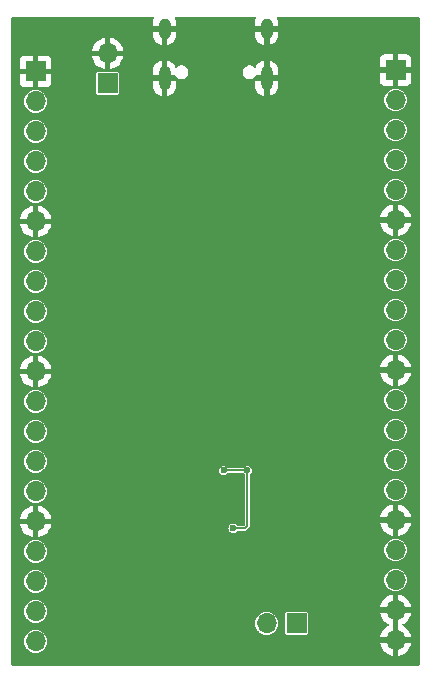
<source format=gbr>
%TF.GenerationSoftware,KiCad,Pcbnew,8.0.2*%
%TF.CreationDate,2024-06-21T23:47:16-04:00*%
%TF.ProjectId,RP2040 Custom,52503230-3430-4204-9375-73746f6d2e6b,rev?*%
%TF.SameCoordinates,Original*%
%TF.FileFunction,Copper,L4,Bot*%
%TF.FilePolarity,Positive*%
%FSLAX46Y46*%
G04 Gerber Fmt 4.6, Leading zero omitted, Abs format (unit mm)*
G04 Created by KiCad (PCBNEW 8.0.2) date 2024-06-21 23:47:16*
%MOMM*%
%LPD*%
G01*
G04 APERTURE LIST*
%TA.AperFunction,ComponentPad*%
%ADD10R,1.700000X1.700000*%
%TD*%
%TA.AperFunction,ComponentPad*%
%ADD11O,1.700000X1.700000*%
%TD*%
%TA.AperFunction,ComponentPad*%
%ADD12O,1.000000X2.100000*%
%TD*%
%TA.AperFunction,ComponentPad*%
%ADD13O,1.000000X1.800000*%
%TD*%
%TA.AperFunction,ViaPad*%
%ADD14C,0.600000*%
%TD*%
%TA.AperFunction,Conductor*%
%ADD15C,0.200000*%
%TD*%
G04 APERTURE END LIST*
D10*
%TO.P,J5,1*%
%TO.N,SWDIO*%
X146558000Y-94996000D03*
D11*
%TO.P,J5,2*%
%TO.N,SWCLK*%
X144018000Y-94996000D03*
%TD*%
D10*
%TO.P,J4,1*%
%TO.N,Load*%
X130556000Y-49276000D03*
D11*
%TO.P,J4,2*%
%TO.N,GND*%
X130556000Y-46736000D03*
%TD*%
D10*
%TO.P,J2,1,Pin_1*%
%TO.N,GND*%
X124460000Y-48260000D03*
D11*
%TO.P,J2,2,Pin_2*%
%TO.N,GPIO0*%
X124460000Y-50800000D03*
%TO.P,J2,3,Pin_3*%
%TO.N,GPIO1*%
X124460000Y-53340000D03*
%TO.P,J2,4,Pin_4*%
%TO.N,GPIO2*%
X124460000Y-55880000D03*
%TO.P,J2,5,Pin_5*%
%TO.N,GPIO3*%
X124460000Y-58420000D03*
%TO.P,J2,6,Pin_6*%
%TO.N,GND*%
X124460000Y-60960000D03*
%TO.P,J2,7,Pin_7*%
%TO.N,GPIO4*%
X124460000Y-63500000D03*
%TO.P,J2,8,Pin_8*%
%TO.N,GPIO5*%
X124460000Y-66040000D03*
%TO.P,J2,9,Pin_9*%
%TO.N,GPIO6*%
X124460000Y-68580000D03*
%TO.P,J2,10,Pin_10*%
%TO.N,GPIO7*%
X124460000Y-71120000D03*
%TO.P,J2,11,Pin_11*%
%TO.N,GND*%
X124460000Y-73660000D03*
%TO.P,J2,12,Pin_12*%
%TO.N,GPIO8*%
X124460000Y-76200000D03*
%TO.P,J2,13,Pin_13*%
%TO.N,GPIO9*%
X124460000Y-78740000D03*
%TO.P,J2,14,Pin_14*%
%TO.N,GPIO10*%
X124460000Y-81280000D03*
%TO.P,J2,15,Pin_15*%
%TO.N,GPIO11*%
X124460000Y-83820000D03*
%TO.P,J2,16,Pin_16*%
%TO.N,GND*%
X124460000Y-86360000D03*
%TO.P,J2,17,Pin_17*%
%TO.N,GPIO12*%
X124460000Y-88900000D03*
%TO.P,J2,18,Pin_18*%
%TO.N,GPIO13*%
X124460000Y-91440000D03*
%TO.P,J2,19,Pin_19*%
%TO.N,GPIO14*%
X124460000Y-93980000D03*
%TO.P,J2,20,Pin_20*%
%TO.N,GPIO15*%
X124460000Y-96520000D03*
%TD*%
D10*
%TO.P,J1,1,Pin_1*%
%TO.N,GND*%
X154940000Y-48133000D03*
D11*
%TO.P,J1,2,Pin_2*%
%TO.N,GPIO29*%
X154940000Y-50673000D03*
%TO.P,J1,3,Pin_3*%
%TO.N,GPIO28*%
X154940000Y-53213000D03*
%TO.P,J1,4,Pin_4*%
%TO.N,GPIO27*%
X154940000Y-55753000D03*
%TO.P,J1,5,Pin_5*%
%TO.N,GPIO26*%
X154940000Y-58293000D03*
%TO.P,J1,6,Pin_6*%
%TO.N,GND*%
X154940000Y-60833000D03*
%TO.P,J1,7,Pin_7*%
%TO.N,GPIO25*%
X154940000Y-63373000D03*
%TO.P,J1,8,Pin_8*%
%TO.N,GPIO24*%
X154940000Y-65913000D03*
%TO.P,J1,9,Pin_9*%
%TO.N,GPIO23*%
X154940000Y-68453000D03*
%TO.P,J1,10,Pin_10*%
%TO.N,GPIO22*%
X154940000Y-70993000D03*
%TO.P,J1,11,Pin_11*%
%TO.N,GND*%
X154940000Y-73533000D03*
%TO.P,J1,12,Pin_12*%
%TO.N,GPIO21*%
X154940000Y-76073000D03*
%TO.P,J1,13,Pin_13*%
%TO.N,GPIO20*%
X154940000Y-78613000D03*
%TO.P,J1,14,Pin_14*%
%TO.N,GPIO19*%
X154940000Y-81153000D03*
%TO.P,J1,15,Pin_15*%
%TO.N,GPIO18*%
X154940000Y-83693000D03*
%TO.P,J1,16,Pin_16*%
%TO.N,GND*%
X154940000Y-86233000D03*
%TO.P,J1,17,Pin_17*%
%TO.N,GPIO17*%
X154940000Y-88773000D03*
%TO.P,J1,18,Pin_18*%
%TO.N,GPIO16*%
X154940000Y-91313000D03*
%TO.P,J1,19,Pin_19*%
%TO.N,GND*%
X154940000Y-93853000D03*
%TO.P,J1,20,Pin_20*%
X154940000Y-96393000D03*
%TD*%
D12*
%TO.P,J1,S1,SHIELD*%
%TO.N,GND*%
X144020000Y-48845000D03*
D13*
X144020000Y-44645000D03*
D12*
X135380000Y-48845000D03*
D13*
X135380000Y-44645000D03*
%TD*%
D14*
%TO.N,GND*%
X128778000Y-95250000D03*
X123952000Y-44450000D03*
X128778000Y-92456000D03*
X131826000Y-76454000D03*
X140597500Y-84560000D03*
X138430000Y-45974000D03*
X150368000Y-85090000D03*
X151892000Y-88138000D03*
X128778000Y-88138000D03*
X133858000Y-70104000D03*
X154686000Y-44450000D03*
X128778000Y-90170000D03*
X127762000Y-49276000D03*
X149860000Y-90170000D03*
X127000000Y-63246000D03*
X150114000Y-95758000D03*
X128524000Y-80518000D03*
%TO.N,Net-(U1-VREG_VOUT)*%
X142392400Y-82042000D03*
X140379436Y-82039894D03*
X141198600Y-86944200D03*
%TD*%
D15*
%TO.N,Net-(U1-VREG_VOUT)*%
X142392400Y-82042000D02*
X140385800Y-82042000D01*
X142163800Y-86944200D02*
X141198600Y-86944200D01*
X142392400Y-86715600D02*
X142163800Y-86944200D01*
X142392400Y-82042000D02*
X142392400Y-86715600D01*
%TD*%
%TA.AperFunction,Conductor*%
%TO.N,GND*%
G36*
X155190000Y-95959988D02*
G01*
X155132993Y-95927075D01*
X155005826Y-95893000D01*
X154874174Y-95893000D01*
X154747007Y-95927075D01*
X154690000Y-95959988D01*
X154690000Y-94286012D01*
X154747007Y-94318925D01*
X154874174Y-94353000D01*
X155005826Y-94353000D01*
X155132993Y-94318925D01*
X155190000Y-94286012D01*
X155190000Y-95959988D01*
G37*
%TD.AperFunction*%
%TA.AperFunction,Conductor*%
G36*
X134497472Y-43694852D02*
G01*
X134511824Y-43729500D01*
X134503566Y-43756723D01*
X134493810Y-43771323D01*
X134418429Y-43953309D01*
X134418429Y-43953310D01*
X134380000Y-44146512D01*
X134380000Y-44395000D01*
X135080000Y-44395000D01*
X135080000Y-44895000D01*
X134380000Y-44895000D01*
X134380000Y-45143487D01*
X134418429Y-45336689D01*
X134418429Y-45336690D01*
X134493809Y-45518674D01*
X134603246Y-45682460D01*
X134742539Y-45821753D01*
X134906325Y-45931190D01*
X135088310Y-46006570D01*
X135130000Y-46014862D01*
X135130000Y-45211988D01*
X135139940Y-45229205D01*
X135195795Y-45285060D01*
X135264204Y-45324556D01*
X135340504Y-45345000D01*
X135419496Y-45345000D01*
X135495796Y-45324556D01*
X135564205Y-45285060D01*
X135620060Y-45229205D01*
X135630000Y-45211988D01*
X135630000Y-46014862D01*
X135671689Y-46006570D01*
X135671690Y-46006570D01*
X135853674Y-45931190D01*
X136017460Y-45821753D01*
X136156753Y-45682460D01*
X136266190Y-45518674D01*
X136341570Y-45336690D01*
X136341570Y-45336689D01*
X136380000Y-45143487D01*
X136380000Y-44895000D01*
X135680000Y-44895000D01*
X135680000Y-44395000D01*
X136380000Y-44395000D01*
X136380000Y-44146512D01*
X136341570Y-43953310D01*
X136341570Y-43953309D01*
X136266189Y-43771323D01*
X136256434Y-43756723D01*
X136249117Y-43719941D01*
X136269953Y-43688758D01*
X136297176Y-43680500D01*
X143102824Y-43680500D01*
X143137472Y-43694852D01*
X143151824Y-43729500D01*
X143143566Y-43756723D01*
X143133810Y-43771323D01*
X143058429Y-43953309D01*
X143058429Y-43953310D01*
X143020000Y-44146512D01*
X143020000Y-44395000D01*
X143720000Y-44395000D01*
X143720000Y-44895000D01*
X143020000Y-44895000D01*
X143020000Y-45143487D01*
X143058429Y-45336689D01*
X143058429Y-45336690D01*
X143133809Y-45518674D01*
X143243246Y-45682460D01*
X143382539Y-45821753D01*
X143546325Y-45931190D01*
X143728310Y-46006570D01*
X143770000Y-46014862D01*
X143770000Y-45211988D01*
X143779940Y-45229205D01*
X143835795Y-45285060D01*
X143904204Y-45324556D01*
X143980504Y-45345000D01*
X144059496Y-45345000D01*
X144135796Y-45324556D01*
X144204205Y-45285060D01*
X144260060Y-45229205D01*
X144270000Y-45211988D01*
X144270000Y-46014862D01*
X144311689Y-46006570D01*
X144311690Y-46006570D01*
X144493674Y-45931190D01*
X144657460Y-45821753D01*
X144796753Y-45682460D01*
X144906190Y-45518674D01*
X144981570Y-45336690D01*
X144981570Y-45336689D01*
X145020000Y-45143487D01*
X145020000Y-44895000D01*
X144320000Y-44895000D01*
X144320000Y-44395000D01*
X145020000Y-44395000D01*
X145020000Y-44146512D01*
X144981570Y-43953310D01*
X144981570Y-43953309D01*
X144906189Y-43771323D01*
X144896434Y-43756723D01*
X144889117Y-43719941D01*
X144909953Y-43688758D01*
X144937176Y-43680500D01*
X156930500Y-43680500D01*
X156965148Y-43694852D01*
X156979500Y-43729500D01*
X156979500Y-98510500D01*
X156965148Y-98545148D01*
X156930500Y-98559500D01*
X122469500Y-98559500D01*
X122434852Y-98545148D01*
X122420500Y-98510500D01*
X122420500Y-96519999D01*
X123504901Y-96519999D01*
X123504901Y-96520000D01*
X123523253Y-96706331D01*
X123523253Y-96706332D01*
X123577604Y-96885502D01*
X123665863Y-97050624D01*
X123665868Y-97050631D01*
X123728775Y-97127282D01*
X123784643Y-97195357D01*
X123867590Y-97263430D01*
X123929368Y-97314131D01*
X123929375Y-97314136D01*
X124094499Y-97402396D01*
X124273669Y-97456747D01*
X124460000Y-97475099D01*
X124646331Y-97456747D01*
X124825501Y-97402396D01*
X124990625Y-97314136D01*
X125135357Y-97195357D01*
X125254136Y-97050625D01*
X125342396Y-96885501D01*
X125396747Y-96706331D01*
X125415099Y-96520000D01*
X125396747Y-96333669D01*
X125342396Y-96154499D01*
X125254136Y-95989375D01*
X125254131Y-95989368D01*
X125195934Y-95918456D01*
X125135357Y-95844643D01*
X125067282Y-95788775D01*
X124990631Y-95725868D01*
X124990624Y-95725863D01*
X124825502Y-95637604D01*
X124646331Y-95583253D01*
X124460000Y-95564901D01*
X124273668Y-95583253D01*
X124273667Y-95583253D01*
X124094497Y-95637604D01*
X123929375Y-95725863D01*
X123929368Y-95725868D01*
X123784643Y-95844643D01*
X123665868Y-95989368D01*
X123665863Y-95989375D01*
X123577604Y-96154497D01*
X123523253Y-96333667D01*
X123523253Y-96333668D01*
X123504901Y-96519999D01*
X122420500Y-96519999D01*
X122420500Y-94995999D01*
X143062901Y-94995999D01*
X143062901Y-94996000D01*
X143081253Y-95182331D01*
X143081253Y-95182332D01*
X143135604Y-95361502D01*
X143223863Y-95526624D01*
X143223868Y-95526631D01*
X143286775Y-95603282D01*
X143342643Y-95671357D01*
X143409060Y-95725864D01*
X143487368Y-95790131D01*
X143487375Y-95790136D01*
X143652499Y-95878396D01*
X143831669Y-95932747D01*
X144018000Y-95951099D01*
X144204331Y-95932747D01*
X144383501Y-95878396D01*
X144548625Y-95790136D01*
X144693357Y-95671357D01*
X144812136Y-95526625D01*
X144900396Y-95361501D01*
X144954747Y-95182331D01*
X144973099Y-94996000D01*
X144954747Y-94809669D01*
X144900396Y-94630499D01*
X144812136Y-94465375D01*
X144812131Y-94465368D01*
X144761430Y-94403590D01*
X144693357Y-94320643D01*
X144611055Y-94253099D01*
X144548631Y-94201868D01*
X144548624Y-94201863D01*
X144425580Y-94136095D01*
X145607500Y-94136095D01*
X145607500Y-95855894D01*
X145607501Y-95855898D01*
X145613331Y-95885213D01*
X145613331Y-95885214D01*
X145613332Y-95885215D01*
X145613332Y-95885216D01*
X145635542Y-95918456D01*
X145635543Y-95918457D01*
X145668787Y-95940669D01*
X145698101Y-95946500D01*
X147417898Y-95946499D01*
X147447213Y-95940669D01*
X147480457Y-95918457D01*
X147502669Y-95885213D01*
X147508500Y-95855899D01*
X147508499Y-94136102D01*
X147502669Y-94106787D01*
X147502667Y-94106784D01*
X147502667Y-94106783D01*
X147480457Y-94073543D01*
X147447212Y-94051330D01*
X147417901Y-94045500D01*
X145698105Y-94045500D01*
X145698104Y-94045500D01*
X145698102Y-94045501D01*
X145668787Y-94051331D01*
X145668786Y-94051331D01*
X145668784Y-94051332D01*
X145668783Y-94051332D01*
X145635543Y-94073542D01*
X145613330Y-94106786D01*
X145613330Y-94106787D01*
X145607500Y-94136095D01*
X144425580Y-94136095D01*
X144383502Y-94113604D01*
X144204331Y-94059253D01*
X144018000Y-94040901D01*
X143831668Y-94059253D01*
X143831667Y-94059253D01*
X143652497Y-94113604D01*
X143487375Y-94201863D01*
X143487368Y-94201868D01*
X143342643Y-94320643D01*
X143223868Y-94465368D01*
X143223863Y-94465375D01*
X143135604Y-94630497D01*
X143081253Y-94809667D01*
X143081253Y-94809668D01*
X143062901Y-94995999D01*
X122420500Y-94995999D01*
X122420500Y-93979999D01*
X123504901Y-93979999D01*
X123504901Y-93980000D01*
X123523253Y-94166331D01*
X123523253Y-94166332D01*
X123577604Y-94345502D01*
X123665863Y-94510624D01*
X123665868Y-94510631D01*
X123728775Y-94587282D01*
X123784643Y-94655357D01*
X123867590Y-94723430D01*
X123929368Y-94774131D01*
X123929375Y-94774136D01*
X124094499Y-94862396D01*
X124273669Y-94916747D01*
X124460000Y-94935099D01*
X124646331Y-94916747D01*
X124825501Y-94862396D01*
X124990625Y-94774136D01*
X125135357Y-94655357D01*
X125254136Y-94510625D01*
X125342396Y-94345501D01*
X125396747Y-94166331D01*
X125415099Y-93980000D01*
X125396747Y-93793669D01*
X125342396Y-93614499D01*
X125336249Y-93602999D01*
X153609363Y-93602999D01*
X153609364Y-93603000D01*
X154506988Y-93603000D01*
X154474075Y-93660007D01*
X154440000Y-93787174D01*
X154440000Y-93918826D01*
X154474075Y-94045993D01*
X154506988Y-94103000D01*
X153609363Y-94103000D01*
X153666566Y-94316483D01*
X153666568Y-94316488D01*
X153766398Y-94530577D01*
X153766405Y-94530589D01*
X153901885Y-94724072D01*
X153901891Y-94724079D01*
X154068920Y-94891108D01*
X154068927Y-94891114D01*
X154262410Y-95026594D01*
X154262422Y-95026601D01*
X154373915Y-95078591D01*
X154399252Y-95106241D01*
X154397616Y-95143708D01*
X154373916Y-95167409D01*
X154262419Y-95219401D01*
X154262411Y-95219405D01*
X154068927Y-95354885D01*
X154068920Y-95354891D01*
X153901891Y-95521920D01*
X153901885Y-95521927D01*
X153766405Y-95715411D01*
X153766398Y-95715423D01*
X153666567Y-95929511D01*
X153666566Y-95929516D01*
X153609363Y-96142999D01*
X153609364Y-96143000D01*
X154506988Y-96143000D01*
X154474075Y-96200007D01*
X154440000Y-96327174D01*
X154440000Y-96458826D01*
X154474075Y-96585993D01*
X154506988Y-96643000D01*
X153609363Y-96643000D01*
X153666566Y-96856483D01*
X153666568Y-96856488D01*
X153766398Y-97070577D01*
X153766405Y-97070589D01*
X153901885Y-97264072D01*
X153901891Y-97264079D01*
X154068920Y-97431108D01*
X154068927Y-97431114D01*
X154262410Y-97566594D01*
X154262422Y-97566601D01*
X154476511Y-97666431D01*
X154476516Y-97666433D01*
X154690000Y-97723634D01*
X154690000Y-96826012D01*
X154747007Y-96858925D01*
X154874174Y-96893000D01*
X155005826Y-96893000D01*
X155132993Y-96858925D01*
X155190000Y-96826012D01*
X155190000Y-97723634D01*
X155403483Y-97666433D01*
X155403488Y-97666431D01*
X155617577Y-97566601D01*
X155617589Y-97566594D01*
X155811072Y-97431114D01*
X155811079Y-97431108D01*
X155978108Y-97264079D01*
X155978114Y-97264072D01*
X156113594Y-97070589D01*
X156113601Y-97070577D01*
X156213431Y-96856488D01*
X156213433Y-96856483D01*
X156270636Y-96643000D01*
X155373012Y-96643000D01*
X155405925Y-96585993D01*
X155440000Y-96458826D01*
X155440000Y-96327174D01*
X155405925Y-96200007D01*
X155373012Y-96143000D01*
X156270636Y-96143000D01*
X156270636Y-96142999D01*
X156213433Y-95929516D01*
X156213432Y-95929511D01*
X156113601Y-95715423D01*
X156113594Y-95715411D01*
X155978114Y-95521927D01*
X155978108Y-95521920D01*
X155811079Y-95354891D01*
X155811072Y-95354885D01*
X155617589Y-95219405D01*
X155617577Y-95219399D01*
X155506083Y-95167409D01*
X155480746Y-95139759D01*
X155482382Y-95102292D01*
X155506083Y-95078591D01*
X155617577Y-95026600D01*
X155617589Y-95026594D01*
X155811072Y-94891114D01*
X155811079Y-94891108D01*
X155978108Y-94724079D01*
X155978114Y-94724072D01*
X156113594Y-94530589D01*
X156113601Y-94530577D01*
X156213431Y-94316488D01*
X156213433Y-94316483D01*
X156270636Y-94103000D01*
X155373012Y-94103000D01*
X155405925Y-94045993D01*
X155440000Y-93918826D01*
X155440000Y-93787174D01*
X155405925Y-93660007D01*
X155373012Y-93603000D01*
X156270636Y-93603000D01*
X156270636Y-93602999D01*
X156213433Y-93389516D01*
X156213432Y-93389511D01*
X156113601Y-93175423D01*
X156113594Y-93175411D01*
X155978114Y-92981927D01*
X155978108Y-92981920D01*
X155811079Y-92814891D01*
X155811072Y-92814885D01*
X155617589Y-92679405D01*
X155617577Y-92679398D01*
X155403488Y-92579568D01*
X155403483Y-92579566D01*
X155190000Y-92522363D01*
X155190000Y-93419988D01*
X155132993Y-93387075D01*
X155005826Y-93353000D01*
X154874174Y-93353000D01*
X154747007Y-93387075D01*
X154690000Y-93419988D01*
X154690000Y-92522363D01*
X154689999Y-92522363D01*
X154476516Y-92579566D01*
X154476511Y-92579567D01*
X154262423Y-92679398D01*
X154262411Y-92679405D01*
X154068927Y-92814885D01*
X154068920Y-92814891D01*
X153901891Y-92981920D01*
X153901885Y-92981927D01*
X153766405Y-93175411D01*
X153766398Y-93175423D01*
X153666567Y-93389511D01*
X153666566Y-93389516D01*
X153609363Y-93602999D01*
X125336249Y-93602999D01*
X125254136Y-93449375D01*
X125254131Y-93449368D01*
X125203007Y-93387075D01*
X125135357Y-93304643D01*
X125067282Y-93248775D01*
X124990631Y-93185868D01*
X124990624Y-93185863D01*
X124825502Y-93097604D01*
X124646331Y-93043253D01*
X124460000Y-93024901D01*
X124273668Y-93043253D01*
X124273667Y-93043253D01*
X124094497Y-93097604D01*
X123929375Y-93185863D01*
X123929368Y-93185868D01*
X123784643Y-93304643D01*
X123665868Y-93449368D01*
X123665863Y-93449375D01*
X123577604Y-93614497D01*
X123523253Y-93793667D01*
X123523253Y-93793668D01*
X123504901Y-93979999D01*
X122420500Y-93979999D01*
X122420500Y-91439999D01*
X123504901Y-91439999D01*
X123504901Y-91440000D01*
X123523253Y-91626331D01*
X123523253Y-91626332D01*
X123577604Y-91805502D01*
X123665863Y-91970624D01*
X123665868Y-91970631D01*
X123680416Y-91988357D01*
X123784643Y-92115357D01*
X123867590Y-92183430D01*
X123929368Y-92234131D01*
X123929375Y-92234136D01*
X124094499Y-92322396D01*
X124273669Y-92376747D01*
X124460000Y-92395099D01*
X124646331Y-92376747D01*
X124825501Y-92322396D01*
X124990625Y-92234136D01*
X125135357Y-92115357D01*
X125254136Y-91970625D01*
X125342396Y-91805501D01*
X125396747Y-91626331D01*
X125415099Y-91440000D01*
X125402590Y-91312999D01*
X153984901Y-91312999D01*
X153984901Y-91313000D01*
X154003253Y-91499331D01*
X154003253Y-91499332D01*
X154057604Y-91678502D01*
X154145863Y-91843624D01*
X154145868Y-91843631D01*
X154208775Y-91920282D01*
X154264643Y-91988357D01*
X154347590Y-92056430D01*
X154409368Y-92107131D01*
X154409375Y-92107136D01*
X154574499Y-92195396D01*
X154753669Y-92249747D01*
X154940000Y-92268099D01*
X155126331Y-92249747D01*
X155305501Y-92195396D01*
X155470625Y-92107136D01*
X155615357Y-91988357D01*
X155734136Y-91843625D01*
X155822396Y-91678501D01*
X155876747Y-91499331D01*
X155895099Y-91313000D01*
X155876747Y-91126669D01*
X155822396Y-90947499D01*
X155734136Y-90782375D01*
X155734131Y-90782368D01*
X155683430Y-90720590D01*
X155615357Y-90637643D01*
X155517830Y-90557604D01*
X155470631Y-90518868D01*
X155470624Y-90518863D01*
X155305502Y-90430604D01*
X155126331Y-90376253D01*
X154940000Y-90357901D01*
X154753668Y-90376253D01*
X154753667Y-90376253D01*
X154574497Y-90430604D01*
X154409375Y-90518863D01*
X154409368Y-90518868D01*
X154264643Y-90637643D01*
X154145868Y-90782368D01*
X154145863Y-90782375D01*
X154057604Y-90947497D01*
X154003253Y-91126667D01*
X154003253Y-91126668D01*
X153984901Y-91312999D01*
X125402590Y-91312999D01*
X125396747Y-91253669D01*
X125342396Y-91074499D01*
X125274512Y-90947497D01*
X125254136Y-90909375D01*
X125254131Y-90909368D01*
X125149909Y-90782375D01*
X125135357Y-90764643D01*
X125067282Y-90708775D01*
X124990631Y-90645868D01*
X124990624Y-90645863D01*
X124825502Y-90557604D01*
X124646331Y-90503253D01*
X124460000Y-90484901D01*
X124273668Y-90503253D01*
X124273667Y-90503253D01*
X124094497Y-90557604D01*
X123929375Y-90645863D01*
X123929368Y-90645868D01*
X123784643Y-90764643D01*
X123665868Y-90909368D01*
X123665863Y-90909375D01*
X123577604Y-91074497D01*
X123523253Y-91253667D01*
X123523253Y-91253668D01*
X123504901Y-91439999D01*
X122420500Y-91439999D01*
X122420500Y-88899999D01*
X123504901Y-88899999D01*
X123504901Y-88900000D01*
X123523253Y-89086331D01*
X123523253Y-89086332D01*
X123577604Y-89265502D01*
X123665863Y-89430624D01*
X123665868Y-89430631D01*
X123680416Y-89448357D01*
X123784643Y-89575357D01*
X123867590Y-89643430D01*
X123929368Y-89694131D01*
X123929375Y-89694136D01*
X124094499Y-89782396D01*
X124273669Y-89836747D01*
X124460000Y-89855099D01*
X124646331Y-89836747D01*
X124825501Y-89782396D01*
X124990625Y-89694136D01*
X125135357Y-89575357D01*
X125254136Y-89430625D01*
X125342396Y-89265501D01*
X125396747Y-89086331D01*
X125415099Y-88900000D01*
X125402590Y-88772999D01*
X153984901Y-88772999D01*
X153984901Y-88773000D01*
X154003253Y-88959331D01*
X154003253Y-88959332D01*
X154057604Y-89138502D01*
X154145863Y-89303624D01*
X154145868Y-89303631D01*
X154208775Y-89380282D01*
X154264643Y-89448357D01*
X154347590Y-89516430D01*
X154409368Y-89567131D01*
X154409375Y-89567136D01*
X154574499Y-89655396D01*
X154753669Y-89709747D01*
X154940000Y-89728099D01*
X155126331Y-89709747D01*
X155305501Y-89655396D01*
X155470625Y-89567136D01*
X155615357Y-89448357D01*
X155734136Y-89303625D01*
X155822396Y-89138501D01*
X155876747Y-88959331D01*
X155895099Y-88773000D01*
X155876747Y-88586669D01*
X155822396Y-88407499D01*
X155734136Y-88242375D01*
X155734131Y-88242368D01*
X155683430Y-88180590D01*
X155615357Y-88097643D01*
X155517830Y-88017604D01*
X155470631Y-87978868D01*
X155470624Y-87978863D01*
X155305502Y-87890604D01*
X155126331Y-87836253D01*
X154940000Y-87817901D01*
X154753668Y-87836253D01*
X154753667Y-87836253D01*
X154574497Y-87890604D01*
X154409375Y-87978863D01*
X154409368Y-87978868D01*
X154264643Y-88097643D01*
X154145868Y-88242368D01*
X154145863Y-88242375D01*
X154057604Y-88407497D01*
X154003253Y-88586667D01*
X154003253Y-88586668D01*
X153984901Y-88772999D01*
X125402590Y-88772999D01*
X125396747Y-88713669D01*
X125342396Y-88534499D01*
X125274512Y-88407497D01*
X125254136Y-88369375D01*
X125254131Y-88369368D01*
X125149909Y-88242375D01*
X125135357Y-88224643D01*
X125067282Y-88168775D01*
X124990631Y-88105868D01*
X124990624Y-88105863D01*
X124825502Y-88017604D01*
X124646331Y-87963253D01*
X124460000Y-87944901D01*
X124273668Y-87963253D01*
X124273667Y-87963253D01*
X124094497Y-88017604D01*
X123929375Y-88105863D01*
X123929368Y-88105868D01*
X123784643Y-88224643D01*
X123665868Y-88369368D01*
X123665863Y-88369375D01*
X123577604Y-88534497D01*
X123523253Y-88713667D01*
X123523253Y-88713668D01*
X123504901Y-88899999D01*
X122420500Y-88899999D01*
X122420500Y-86109999D01*
X123129363Y-86109999D01*
X123129364Y-86110000D01*
X124026988Y-86110000D01*
X123994075Y-86167007D01*
X123960000Y-86294174D01*
X123960000Y-86425826D01*
X123994075Y-86552993D01*
X124026988Y-86610000D01*
X123129363Y-86610000D01*
X123186566Y-86823483D01*
X123186568Y-86823488D01*
X123286398Y-87037577D01*
X123286405Y-87037589D01*
X123421885Y-87231072D01*
X123421891Y-87231079D01*
X123588920Y-87398108D01*
X123588927Y-87398114D01*
X123782410Y-87533594D01*
X123782422Y-87533601D01*
X123996511Y-87633431D01*
X123996516Y-87633433D01*
X124210000Y-87690634D01*
X124210000Y-86793012D01*
X124267007Y-86825925D01*
X124394174Y-86860000D01*
X124525826Y-86860000D01*
X124652993Y-86825925D01*
X124710000Y-86793012D01*
X124710000Y-87690634D01*
X124923483Y-87633433D01*
X124923488Y-87633431D01*
X125137577Y-87533601D01*
X125137589Y-87533594D01*
X125331072Y-87398114D01*
X125331079Y-87398108D01*
X125498108Y-87231079D01*
X125498114Y-87231072D01*
X125633594Y-87037589D01*
X125633601Y-87037577D01*
X125733431Y-86823488D01*
X125733433Y-86823483D01*
X125790636Y-86610000D01*
X124893012Y-86610000D01*
X124925925Y-86552993D01*
X124960000Y-86425826D01*
X124960000Y-86294174D01*
X124925925Y-86167007D01*
X124893012Y-86110000D01*
X125790636Y-86110000D01*
X125790636Y-86109999D01*
X125733433Y-85896516D01*
X125733432Y-85896511D01*
X125633601Y-85682423D01*
X125633594Y-85682411D01*
X125498114Y-85488927D01*
X125498108Y-85488920D01*
X125331079Y-85321891D01*
X125331072Y-85321885D01*
X125137589Y-85186405D01*
X125137577Y-85186398D01*
X124923488Y-85086568D01*
X124923483Y-85086566D01*
X124710000Y-85029363D01*
X124710000Y-85926988D01*
X124652993Y-85894075D01*
X124525826Y-85860000D01*
X124394174Y-85860000D01*
X124267007Y-85894075D01*
X124210000Y-85926988D01*
X124210000Y-85029363D01*
X124209999Y-85029363D01*
X123996516Y-85086566D01*
X123996511Y-85086567D01*
X123782423Y-85186398D01*
X123782411Y-85186405D01*
X123588927Y-85321885D01*
X123588920Y-85321891D01*
X123421891Y-85488920D01*
X123421885Y-85488927D01*
X123286405Y-85682411D01*
X123286398Y-85682423D01*
X123186567Y-85896511D01*
X123186566Y-85896516D01*
X123129363Y-86109999D01*
X122420500Y-86109999D01*
X122420500Y-83819999D01*
X123504901Y-83819999D01*
X123504901Y-83820000D01*
X123523253Y-84006331D01*
X123523253Y-84006332D01*
X123577604Y-84185502D01*
X123665863Y-84350624D01*
X123665868Y-84350631D01*
X123680416Y-84368357D01*
X123784643Y-84495357D01*
X123867590Y-84563430D01*
X123929368Y-84614131D01*
X123929375Y-84614136D01*
X124094499Y-84702396D01*
X124273669Y-84756747D01*
X124460000Y-84775099D01*
X124646331Y-84756747D01*
X124825501Y-84702396D01*
X124990625Y-84614136D01*
X125135357Y-84495357D01*
X125254136Y-84350625D01*
X125342396Y-84185501D01*
X125396747Y-84006331D01*
X125415099Y-83820000D01*
X125396747Y-83633669D01*
X125342396Y-83454499D01*
X125274512Y-83327497D01*
X125254136Y-83289375D01*
X125254131Y-83289368D01*
X125149909Y-83162375D01*
X125135357Y-83144643D01*
X125067282Y-83088775D01*
X124990631Y-83025868D01*
X124990624Y-83025863D01*
X124825502Y-82937604D01*
X124646331Y-82883253D01*
X124460000Y-82864901D01*
X124273668Y-82883253D01*
X124273667Y-82883253D01*
X124094497Y-82937604D01*
X123929375Y-83025863D01*
X123929368Y-83025868D01*
X123784643Y-83144643D01*
X123665868Y-83289368D01*
X123665863Y-83289375D01*
X123577604Y-83454497D01*
X123523253Y-83633667D01*
X123523253Y-83633668D01*
X123504901Y-83819999D01*
X122420500Y-83819999D01*
X122420500Y-81279999D01*
X123504901Y-81279999D01*
X123504901Y-81280000D01*
X123523253Y-81466331D01*
X123523253Y-81466332D01*
X123577604Y-81645502D01*
X123665863Y-81810624D01*
X123665868Y-81810631D01*
X123728775Y-81887282D01*
X123784643Y-81955357D01*
X123867590Y-82023430D01*
X123929368Y-82074131D01*
X123929375Y-82074136D01*
X124094499Y-82162396D01*
X124273669Y-82216747D01*
X124460000Y-82235099D01*
X124646331Y-82216747D01*
X124825501Y-82162396D01*
X124990625Y-82074136D01*
X125032349Y-82039894D01*
X139973944Y-82039894D01*
X139993790Y-82165198D01*
X139993790Y-82165199D01*
X139993791Y-82165201D01*
X139993791Y-82165203D01*
X140051381Y-82278229D01*
X140051386Y-82278236D01*
X140141093Y-82367943D01*
X140141100Y-82367948D01*
X140254127Y-82425538D01*
X140254128Y-82425538D01*
X140254132Y-82425540D01*
X140379436Y-82445386D01*
X140504740Y-82425540D01*
X140504744Y-82425538D01*
X140504745Y-82425538D01*
X140617771Y-82367948D01*
X140617773Y-82367946D01*
X140617778Y-82367944D01*
X140707486Y-82278236D01*
X140707787Y-82277644D01*
X140712063Y-82269254D01*
X140740581Y-82244898D01*
X140755722Y-82242500D01*
X142015041Y-82242500D01*
X142049689Y-82256852D01*
X142058699Y-82269251D01*
X142064350Y-82280342D01*
X142154058Y-82370050D01*
X142165144Y-82375698D01*
X142189501Y-82404214D01*
X142191900Y-82419358D01*
X142191900Y-86612254D01*
X142177548Y-86646902D01*
X142095102Y-86729348D01*
X142060454Y-86743700D01*
X141575959Y-86743700D01*
X141541311Y-86729348D01*
X141532300Y-86716947D01*
X141526650Y-86705858D01*
X141436942Y-86616150D01*
X141436935Y-86616145D01*
X141323908Y-86558555D01*
X141323905Y-86558554D01*
X141323904Y-86558554D01*
X141198600Y-86538708D01*
X141073296Y-86558554D01*
X141073294Y-86558554D01*
X141073292Y-86558555D01*
X141073290Y-86558555D01*
X140960264Y-86616145D01*
X140960257Y-86616150D01*
X140870550Y-86705857D01*
X140870545Y-86705864D01*
X140812955Y-86818890D01*
X140812955Y-86818892D01*
X140812954Y-86818894D01*
X140812954Y-86818896D01*
X140793108Y-86944200D01*
X140812954Y-87069504D01*
X140812954Y-87069505D01*
X140812955Y-87069507D01*
X140812955Y-87069509D01*
X140870545Y-87182535D01*
X140870550Y-87182542D01*
X140960257Y-87272249D01*
X140960264Y-87272254D01*
X141073291Y-87329844D01*
X141073292Y-87329844D01*
X141073296Y-87329846D01*
X141198600Y-87349692D01*
X141323904Y-87329846D01*
X141323908Y-87329844D01*
X141323909Y-87329844D01*
X141436935Y-87272254D01*
X141436937Y-87272252D01*
X141436942Y-87272250D01*
X141526650Y-87182542D01*
X141532300Y-87171452D01*
X141560819Y-87147098D01*
X141575959Y-87144700D01*
X142203680Y-87144700D01*
X142203682Y-87144700D01*
X142277374Y-87114176D01*
X142277376Y-87114174D01*
X142277377Y-87114174D01*
X142562374Y-86829177D01*
X142562374Y-86829176D01*
X142562376Y-86829174D01*
X142592900Y-86755482D01*
X142592900Y-86675718D01*
X142592900Y-85982999D01*
X153609363Y-85982999D01*
X153609364Y-85983000D01*
X154506988Y-85983000D01*
X154474075Y-86040007D01*
X154440000Y-86167174D01*
X154440000Y-86298826D01*
X154474075Y-86425993D01*
X154506988Y-86483000D01*
X153609363Y-86483000D01*
X153666566Y-86696483D01*
X153666568Y-86696488D01*
X153766398Y-86910577D01*
X153766405Y-86910589D01*
X153901885Y-87104072D01*
X153901891Y-87104079D01*
X154068920Y-87271108D01*
X154068927Y-87271114D01*
X154262410Y-87406594D01*
X154262422Y-87406601D01*
X154476511Y-87506431D01*
X154476516Y-87506433D01*
X154690000Y-87563634D01*
X154690000Y-86666012D01*
X154747007Y-86698925D01*
X154874174Y-86733000D01*
X155005826Y-86733000D01*
X155132993Y-86698925D01*
X155190000Y-86666012D01*
X155190000Y-87563634D01*
X155403483Y-87506433D01*
X155403488Y-87506431D01*
X155617577Y-87406601D01*
X155617589Y-87406594D01*
X155811072Y-87271114D01*
X155811079Y-87271108D01*
X155978108Y-87104079D01*
X155978114Y-87104072D01*
X156113594Y-86910589D01*
X156113601Y-86910577D01*
X156213431Y-86696488D01*
X156213433Y-86696483D01*
X156270636Y-86483000D01*
X155373012Y-86483000D01*
X155405925Y-86425993D01*
X155440000Y-86298826D01*
X155440000Y-86167174D01*
X155405925Y-86040007D01*
X155373012Y-85983000D01*
X156270636Y-85983000D01*
X156270636Y-85982999D01*
X156213433Y-85769516D01*
X156213432Y-85769511D01*
X156113601Y-85555423D01*
X156113594Y-85555411D01*
X155978114Y-85361927D01*
X155978108Y-85361920D01*
X155811079Y-85194891D01*
X155811072Y-85194885D01*
X155617589Y-85059405D01*
X155617577Y-85059398D01*
X155403488Y-84959568D01*
X155403483Y-84959566D01*
X155190000Y-84902363D01*
X155190000Y-85799988D01*
X155132993Y-85767075D01*
X155005826Y-85733000D01*
X154874174Y-85733000D01*
X154747007Y-85767075D01*
X154690000Y-85799988D01*
X154690000Y-84902363D01*
X154689999Y-84902363D01*
X154476516Y-84959566D01*
X154476511Y-84959567D01*
X154262423Y-85059398D01*
X154262411Y-85059405D01*
X154068927Y-85194885D01*
X154068920Y-85194891D01*
X153901891Y-85361920D01*
X153901885Y-85361927D01*
X153766405Y-85555411D01*
X153766398Y-85555423D01*
X153666567Y-85769511D01*
X153666566Y-85769516D01*
X153609363Y-85982999D01*
X142592900Y-85982999D01*
X142592900Y-83692999D01*
X153984901Y-83692999D01*
X153984901Y-83693000D01*
X154003253Y-83879331D01*
X154003253Y-83879332D01*
X154057604Y-84058502D01*
X154145863Y-84223624D01*
X154145868Y-84223631D01*
X154208775Y-84300282D01*
X154264643Y-84368357D01*
X154347590Y-84436430D01*
X154409368Y-84487131D01*
X154409375Y-84487136D01*
X154574499Y-84575396D01*
X154753669Y-84629747D01*
X154940000Y-84648099D01*
X155126331Y-84629747D01*
X155305501Y-84575396D01*
X155470625Y-84487136D01*
X155615357Y-84368357D01*
X155734136Y-84223625D01*
X155822396Y-84058501D01*
X155876747Y-83879331D01*
X155895099Y-83693000D01*
X155876747Y-83506669D01*
X155822396Y-83327499D01*
X155734136Y-83162375D01*
X155734131Y-83162368D01*
X155683430Y-83100590D01*
X155615357Y-83017643D01*
X155517830Y-82937604D01*
X155470631Y-82898868D01*
X155470624Y-82898863D01*
X155305502Y-82810604D01*
X155126331Y-82756253D01*
X154940000Y-82737901D01*
X154753668Y-82756253D01*
X154753667Y-82756253D01*
X154574497Y-82810604D01*
X154409375Y-82898863D01*
X154409368Y-82898868D01*
X154264643Y-83017643D01*
X154145868Y-83162368D01*
X154145863Y-83162375D01*
X154057604Y-83327497D01*
X154003253Y-83506667D01*
X154003253Y-83506668D01*
X153984901Y-83692999D01*
X142592900Y-83692999D01*
X142592900Y-82419358D01*
X142607252Y-82384710D01*
X142619653Y-82375699D01*
X142630742Y-82370050D01*
X142720450Y-82280342D01*
X142721523Y-82278237D01*
X142778044Y-82167309D01*
X142778044Y-82167307D01*
X142778046Y-82167304D01*
X142797892Y-82042000D01*
X142778046Y-81916696D01*
X142778044Y-81916692D01*
X142778044Y-81916690D01*
X142720454Y-81803664D01*
X142720450Y-81803659D01*
X142720450Y-81803658D01*
X142630742Y-81713950D01*
X142630735Y-81713945D01*
X142517708Y-81656355D01*
X142517705Y-81656354D01*
X142517704Y-81656354D01*
X142392400Y-81636508D01*
X142267096Y-81656354D01*
X142267094Y-81656354D01*
X142267092Y-81656355D01*
X142267090Y-81656355D01*
X142154064Y-81713945D01*
X142154057Y-81713950D01*
X142064353Y-81803654D01*
X142064351Y-81803656D01*
X142064350Y-81803658D01*
X142064347Y-81803664D01*
X142058700Y-81814747D01*
X142030181Y-81839102D01*
X142015041Y-81841500D01*
X140757868Y-81841500D01*
X140723220Y-81827148D01*
X140714209Y-81814747D01*
X140712112Y-81810631D01*
X140707486Y-81801552D01*
X140617778Y-81711844D01*
X140617771Y-81711839D01*
X140504744Y-81654249D01*
X140504741Y-81654248D01*
X140504740Y-81654248D01*
X140379436Y-81634402D01*
X140254132Y-81654248D01*
X140254130Y-81654248D01*
X140254128Y-81654249D01*
X140254126Y-81654249D01*
X140141100Y-81711839D01*
X140141093Y-81711844D01*
X140051386Y-81801551D01*
X140051381Y-81801558D01*
X139993791Y-81914584D01*
X139993791Y-81914586D01*
X139993790Y-81914588D01*
X139993790Y-81914590D01*
X139973944Y-82039894D01*
X125032349Y-82039894D01*
X125135357Y-81955357D01*
X125254136Y-81810625D01*
X125342396Y-81645501D01*
X125396747Y-81466331D01*
X125415099Y-81280000D01*
X125402590Y-81152999D01*
X153984901Y-81152999D01*
X153984901Y-81153000D01*
X154003253Y-81339331D01*
X154003253Y-81339332D01*
X154057604Y-81518502D01*
X154145863Y-81683624D01*
X154145868Y-81683631D01*
X154170747Y-81713945D01*
X154264643Y-81828357D01*
X154347590Y-81896430D01*
X154409368Y-81947131D01*
X154409375Y-81947136D01*
X154574499Y-82035396D01*
X154753669Y-82089747D01*
X154940000Y-82108099D01*
X155126331Y-82089747D01*
X155305501Y-82035396D01*
X155470625Y-81947136D01*
X155615357Y-81828357D01*
X155734136Y-81683625D01*
X155822396Y-81518501D01*
X155876747Y-81339331D01*
X155895099Y-81153000D01*
X155876747Y-80966669D01*
X155822396Y-80787499D01*
X155734136Y-80622375D01*
X155734131Y-80622368D01*
X155683430Y-80560590D01*
X155615357Y-80477643D01*
X155517830Y-80397604D01*
X155470631Y-80358868D01*
X155470624Y-80358863D01*
X155305502Y-80270604D01*
X155126331Y-80216253D01*
X154940000Y-80197901D01*
X154753668Y-80216253D01*
X154753667Y-80216253D01*
X154574497Y-80270604D01*
X154409375Y-80358863D01*
X154409368Y-80358868D01*
X154264643Y-80477643D01*
X154145868Y-80622368D01*
X154145863Y-80622375D01*
X154057604Y-80787497D01*
X154003253Y-80966667D01*
X154003253Y-80966668D01*
X153984901Y-81152999D01*
X125402590Y-81152999D01*
X125396747Y-81093669D01*
X125342396Y-80914499D01*
X125274512Y-80787497D01*
X125254136Y-80749375D01*
X125254131Y-80749368D01*
X125149909Y-80622375D01*
X125135357Y-80604643D01*
X125067282Y-80548775D01*
X124990631Y-80485868D01*
X124990624Y-80485863D01*
X124825502Y-80397604D01*
X124646331Y-80343253D01*
X124460000Y-80324901D01*
X124273668Y-80343253D01*
X124273667Y-80343253D01*
X124094497Y-80397604D01*
X123929375Y-80485863D01*
X123929368Y-80485868D01*
X123784643Y-80604643D01*
X123665868Y-80749368D01*
X123665863Y-80749375D01*
X123577604Y-80914497D01*
X123523253Y-81093667D01*
X123523253Y-81093668D01*
X123504901Y-81279999D01*
X122420500Y-81279999D01*
X122420500Y-78739999D01*
X123504901Y-78739999D01*
X123504901Y-78740000D01*
X123523253Y-78926331D01*
X123523253Y-78926332D01*
X123577604Y-79105502D01*
X123665863Y-79270624D01*
X123665868Y-79270631D01*
X123680416Y-79288357D01*
X123784643Y-79415357D01*
X123867590Y-79483430D01*
X123929368Y-79534131D01*
X123929375Y-79534136D01*
X124094499Y-79622396D01*
X124273669Y-79676747D01*
X124460000Y-79695099D01*
X124646331Y-79676747D01*
X124825501Y-79622396D01*
X124990625Y-79534136D01*
X125135357Y-79415357D01*
X125254136Y-79270625D01*
X125342396Y-79105501D01*
X125396747Y-78926331D01*
X125415099Y-78740000D01*
X125402590Y-78612999D01*
X153984901Y-78612999D01*
X153984901Y-78613000D01*
X154003253Y-78799331D01*
X154003253Y-78799332D01*
X154057604Y-78978502D01*
X154145863Y-79143624D01*
X154145868Y-79143631D01*
X154208775Y-79220282D01*
X154264643Y-79288357D01*
X154347590Y-79356430D01*
X154409368Y-79407131D01*
X154409375Y-79407136D01*
X154574499Y-79495396D01*
X154753669Y-79549747D01*
X154940000Y-79568099D01*
X155126331Y-79549747D01*
X155305501Y-79495396D01*
X155470625Y-79407136D01*
X155615357Y-79288357D01*
X155734136Y-79143625D01*
X155822396Y-78978501D01*
X155876747Y-78799331D01*
X155895099Y-78613000D01*
X155876747Y-78426669D01*
X155822396Y-78247499D01*
X155734136Y-78082375D01*
X155734131Y-78082368D01*
X155683430Y-78020590D01*
X155615357Y-77937643D01*
X155517830Y-77857604D01*
X155470631Y-77818868D01*
X155470624Y-77818863D01*
X155305502Y-77730604D01*
X155126331Y-77676253D01*
X154940000Y-77657901D01*
X154753668Y-77676253D01*
X154753667Y-77676253D01*
X154574497Y-77730604D01*
X154409375Y-77818863D01*
X154409368Y-77818868D01*
X154264643Y-77937643D01*
X154145868Y-78082368D01*
X154145863Y-78082375D01*
X154057604Y-78247497D01*
X154003253Y-78426667D01*
X154003253Y-78426668D01*
X153984901Y-78612999D01*
X125402590Y-78612999D01*
X125396747Y-78553669D01*
X125342396Y-78374499D01*
X125274512Y-78247497D01*
X125254136Y-78209375D01*
X125254131Y-78209368D01*
X125149909Y-78082375D01*
X125135357Y-78064643D01*
X125067282Y-78008775D01*
X124990631Y-77945868D01*
X124990624Y-77945863D01*
X124825502Y-77857604D01*
X124646331Y-77803253D01*
X124460000Y-77784901D01*
X124273668Y-77803253D01*
X124273667Y-77803253D01*
X124094497Y-77857604D01*
X123929375Y-77945863D01*
X123929368Y-77945868D01*
X123784643Y-78064643D01*
X123665868Y-78209368D01*
X123665863Y-78209375D01*
X123577604Y-78374497D01*
X123523253Y-78553667D01*
X123523253Y-78553668D01*
X123504901Y-78739999D01*
X122420500Y-78739999D01*
X122420500Y-76199999D01*
X123504901Y-76199999D01*
X123504901Y-76200000D01*
X123523253Y-76386331D01*
X123523253Y-76386332D01*
X123577604Y-76565502D01*
X123665863Y-76730624D01*
X123665868Y-76730631D01*
X123680416Y-76748357D01*
X123784643Y-76875357D01*
X123867590Y-76943430D01*
X123929368Y-76994131D01*
X123929375Y-76994136D01*
X124094499Y-77082396D01*
X124273669Y-77136747D01*
X124460000Y-77155099D01*
X124646331Y-77136747D01*
X124825501Y-77082396D01*
X124990625Y-76994136D01*
X125135357Y-76875357D01*
X125254136Y-76730625D01*
X125342396Y-76565501D01*
X125396747Y-76386331D01*
X125415099Y-76200000D01*
X125402590Y-76072999D01*
X153984901Y-76072999D01*
X153984901Y-76073000D01*
X154003253Y-76259331D01*
X154003253Y-76259332D01*
X154057604Y-76438502D01*
X154145863Y-76603624D01*
X154145868Y-76603631D01*
X154208775Y-76680282D01*
X154264643Y-76748357D01*
X154347590Y-76816430D01*
X154409368Y-76867131D01*
X154409375Y-76867136D01*
X154574499Y-76955396D01*
X154753669Y-77009747D01*
X154940000Y-77028099D01*
X155126331Y-77009747D01*
X155305501Y-76955396D01*
X155470625Y-76867136D01*
X155615357Y-76748357D01*
X155734136Y-76603625D01*
X155822396Y-76438501D01*
X155876747Y-76259331D01*
X155895099Y-76073000D01*
X155876747Y-75886669D01*
X155822396Y-75707499D01*
X155734136Y-75542375D01*
X155734131Y-75542368D01*
X155683430Y-75480590D01*
X155615357Y-75397643D01*
X155517830Y-75317604D01*
X155470631Y-75278868D01*
X155470624Y-75278863D01*
X155305502Y-75190604D01*
X155126331Y-75136253D01*
X154940000Y-75117901D01*
X154753668Y-75136253D01*
X154753667Y-75136253D01*
X154574497Y-75190604D01*
X154409375Y-75278863D01*
X154409368Y-75278868D01*
X154264643Y-75397643D01*
X154145868Y-75542368D01*
X154145863Y-75542375D01*
X154057604Y-75707497D01*
X154003253Y-75886667D01*
X154003253Y-75886668D01*
X153984901Y-76072999D01*
X125402590Y-76072999D01*
X125396747Y-76013669D01*
X125342396Y-75834499D01*
X125274512Y-75707497D01*
X125254136Y-75669375D01*
X125254131Y-75669368D01*
X125149909Y-75542375D01*
X125135357Y-75524643D01*
X125067282Y-75468775D01*
X124990631Y-75405868D01*
X124990624Y-75405863D01*
X124825502Y-75317604D01*
X124646331Y-75263253D01*
X124460000Y-75244901D01*
X124273668Y-75263253D01*
X124273667Y-75263253D01*
X124094497Y-75317604D01*
X123929375Y-75405863D01*
X123929368Y-75405868D01*
X123784643Y-75524643D01*
X123665868Y-75669368D01*
X123665863Y-75669375D01*
X123577604Y-75834497D01*
X123523253Y-76013667D01*
X123523253Y-76013668D01*
X123504901Y-76199999D01*
X122420500Y-76199999D01*
X122420500Y-73409999D01*
X123129363Y-73409999D01*
X123129364Y-73410000D01*
X124026988Y-73410000D01*
X123994075Y-73467007D01*
X123960000Y-73594174D01*
X123960000Y-73725826D01*
X123994075Y-73852993D01*
X124026988Y-73910000D01*
X123129363Y-73910000D01*
X123186566Y-74123483D01*
X123186568Y-74123488D01*
X123286398Y-74337577D01*
X123286405Y-74337589D01*
X123421885Y-74531072D01*
X123421891Y-74531079D01*
X123588920Y-74698108D01*
X123588927Y-74698114D01*
X123782410Y-74833594D01*
X123782422Y-74833601D01*
X123996511Y-74933431D01*
X123996516Y-74933433D01*
X124210000Y-74990634D01*
X124210000Y-74093012D01*
X124267007Y-74125925D01*
X124394174Y-74160000D01*
X124525826Y-74160000D01*
X124652993Y-74125925D01*
X124710000Y-74093012D01*
X124710000Y-74990634D01*
X124923483Y-74933433D01*
X124923488Y-74933431D01*
X125137577Y-74833601D01*
X125137589Y-74833594D01*
X125331072Y-74698114D01*
X125331079Y-74698108D01*
X125498108Y-74531079D01*
X125498114Y-74531072D01*
X125633594Y-74337589D01*
X125633601Y-74337577D01*
X125733431Y-74123488D01*
X125733433Y-74123483D01*
X125790636Y-73910000D01*
X124893012Y-73910000D01*
X124925925Y-73852993D01*
X124960000Y-73725826D01*
X124960000Y-73594174D01*
X124925925Y-73467007D01*
X124893012Y-73410000D01*
X125790636Y-73410000D01*
X125790636Y-73409999D01*
X125756606Y-73282999D01*
X153609363Y-73282999D01*
X153609364Y-73283000D01*
X154506988Y-73283000D01*
X154474075Y-73340007D01*
X154440000Y-73467174D01*
X154440000Y-73598826D01*
X154474075Y-73725993D01*
X154506988Y-73783000D01*
X153609363Y-73783000D01*
X153666566Y-73996483D01*
X153666568Y-73996488D01*
X153766398Y-74210577D01*
X153766405Y-74210589D01*
X153901885Y-74404072D01*
X153901891Y-74404079D01*
X154068920Y-74571108D01*
X154068927Y-74571114D01*
X154262410Y-74706594D01*
X154262422Y-74706601D01*
X154476511Y-74806431D01*
X154476516Y-74806433D01*
X154690000Y-74863634D01*
X154690000Y-73966012D01*
X154747007Y-73998925D01*
X154874174Y-74033000D01*
X155005826Y-74033000D01*
X155132993Y-73998925D01*
X155190000Y-73966012D01*
X155190000Y-74863634D01*
X155403483Y-74806433D01*
X155403488Y-74806431D01*
X155617577Y-74706601D01*
X155617589Y-74706594D01*
X155811072Y-74571114D01*
X155811079Y-74571108D01*
X155978108Y-74404079D01*
X155978114Y-74404072D01*
X156113594Y-74210589D01*
X156113601Y-74210577D01*
X156213431Y-73996488D01*
X156213433Y-73996483D01*
X156270636Y-73783000D01*
X155373012Y-73783000D01*
X155405925Y-73725993D01*
X155440000Y-73598826D01*
X155440000Y-73467174D01*
X155405925Y-73340007D01*
X155373012Y-73283000D01*
X156270636Y-73283000D01*
X156270636Y-73282999D01*
X156213433Y-73069516D01*
X156213432Y-73069511D01*
X156113601Y-72855423D01*
X156113594Y-72855411D01*
X155978114Y-72661927D01*
X155978108Y-72661920D01*
X155811079Y-72494891D01*
X155811072Y-72494885D01*
X155617589Y-72359405D01*
X155617577Y-72359398D01*
X155403488Y-72259568D01*
X155403483Y-72259566D01*
X155190000Y-72202363D01*
X155190000Y-73099988D01*
X155132993Y-73067075D01*
X155005826Y-73033000D01*
X154874174Y-73033000D01*
X154747007Y-73067075D01*
X154690000Y-73099988D01*
X154690000Y-72202363D01*
X154689999Y-72202363D01*
X154476516Y-72259566D01*
X154476511Y-72259567D01*
X154262423Y-72359398D01*
X154262411Y-72359405D01*
X154068927Y-72494885D01*
X154068920Y-72494891D01*
X153901891Y-72661920D01*
X153901885Y-72661927D01*
X153766405Y-72855411D01*
X153766398Y-72855423D01*
X153666567Y-73069511D01*
X153666566Y-73069516D01*
X153609363Y-73282999D01*
X125756606Y-73282999D01*
X125733433Y-73196516D01*
X125733432Y-73196511D01*
X125633601Y-72982423D01*
X125633594Y-72982411D01*
X125498114Y-72788927D01*
X125498108Y-72788920D01*
X125331079Y-72621891D01*
X125331072Y-72621885D01*
X125137589Y-72486405D01*
X125137577Y-72486398D01*
X124923488Y-72386568D01*
X124923483Y-72386566D01*
X124710000Y-72329363D01*
X124710000Y-73226988D01*
X124652993Y-73194075D01*
X124525826Y-73160000D01*
X124394174Y-73160000D01*
X124267007Y-73194075D01*
X124210000Y-73226988D01*
X124210000Y-72329363D01*
X124209999Y-72329363D01*
X123996516Y-72386566D01*
X123996511Y-72386567D01*
X123782423Y-72486398D01*
X123782411Y-72486405D01*
X123588927Y-72621885D01*
X123588920Y-72621891D01*
X123421891Y-72788920D01*
X123421885Y-72788927D01*
X123286405Y-72982411D01*
X123286398Y-72982423D01*
X123186567Y-73196511D01*
X123186566Y-73196516D01*
X123129363Y-73409999D01*
X122420500Y-73409999D01*
X122420500Y-71119999D01*
X123504901Y-71119999D01*
X123504901Y-71120000D01*
X123523253Y-71306331D01*
X123523253Y-71306332D01*
X123577604Y-71485502D01*
X123665863Y-71650624D01*
X123665868Y-71650631D01*
X123680416Y-71668357D01*
X123784643Y-71795357D01*
X123867590Y-71863430D01*
X123929368Y-71914131D01*
X123929375Y-71914136D01*
X124094499Y-72002396D01*
X124273669Y-72056747D01*
X124460000Y-72075099D01*
X124646331Y-72056747D01*
X124825501Y-72002396D01*
X124990625Y-71914136D01*
X125135357Y-71795357D01*
X125254136Y-71650625D01*
X125342396Y-71485501D01*
X125396747Y-71306331D01*
X125415099Y-71120000D01*
X125402590Y-70992999D01*
X153984901Y-70992999D01*
X153984901Y-70993000D01*
X154003253Y-71179331D01*
X154003253Y-71179332D01*
X154057604Y-71358502D01*
X154145863Y-71523624D01*
X154145868Y-71523631D01*
X154208775Y-71600282D01*
X154264643Y-71668357D01*
X154347590Y-71736430D01*
X154409368Y-71787131D01*
X154409375Y-71787136D01*
X154574499Y-71875396D01*
X154753669Y-71929747D01*
X154940000Y-71948099D01*
X155126331Y-71929747D01*
X155305501Y-71875396D01*
X155470625Y-71787136D01*
X155615357Y-71668357D01*
X155734136Y-71523625D01*
X155822396Y-71358501D01*
X155876747Y-71179331D01*
X155895099Y-70993000D01*
X155876747Y-70806669D01*
X155822396Y-70627499D01*
X155734136Y-70462375D01*
X155734131Y-70462368D01*
X155683430Y-70400590D01*
X155615357Y-70317643D01*
X155517830Y-70237604D01*
X155470631Y-70198868D01*
X155470624Y-70198863D01*
X155305502Y-70110604D01*
X155126331Y-70056253D01*
X154940000Y-70037901D01*
X154753668Y-70056253D01*
X154753667Y-70056253D01*
X154574497Y-70110604D01*
X154409375Y-70198863D01*
X154409368Y-70198868D01*
X154264643Y-70317643D01*
X154145868Y-70462368D01*
X154145863Y-70462375D01*
X154057604Y-70627497D01*
X154003253Y-70806667D01*
X154003253Y-70806668D01*
X153984901Y-70992999D01*
X125402590Y-70992999D01*
X125396747Y-70933669D01*
X125342396Y-70754499D01*
X125274512Y-70627497D01*
X125254136Y-70589375D01*
X125254131Y-70589368D01*
X125149909Y-70462375D01*
X125135357Y-70444643D01*
X125067282Y-70388775D01*
X124990631Y-70325868D01*
X124990624Y-70325863D01*
X124825502Y-70237604D01*
X124646331Y-70183253D01*
X124460000Y-70164901D01*
X124273668Y-70183253D01*
X124273667Y-70183253D01*
X124094497Y-70237604D01*
X123929375Y-70325863D01*
X123929368Y-70325868D01*
X123784643Y-70444643D01*
X123665868Y-70589368D01*
X123665863Y-70589375D01*
X123577604Y-70754497D01*
X123523253Y-70933667D01*
X123523253Y-70933668D01*
X123504901Y-71119999D01*
X122420500Y-71119999D01*
X122420500Y-68579999D01*
X123504901Y-68579999D01*
X123504901Y-68580000D01*
X123523253Y-68766331D01*
X123523253Y-68766332D01*
X123577604Y-68945502D01*
X123665863Y-69110624D01*
X123665868Y-69110631D01*
X123680416Y-69128357D01*
X123784643Y-69255357D01*
X123867590Y-69323430D01*
X123929368Y-69374131D01*
X123929375Y-69374136D01*
X124094499Y-69462396D01*
X124273669Y-69516747D01*
X124460000Y-69535099D01*
X124646331Y-69516747D01*
X124825501Y-69462396D01*
X124990625Y-69374136D01*
X125135357Y-69255357D01*
X125254136Y-69110625D01*
X125342396Y-68945501D01*
X125396747Y-68766331D01*
X125415099Y-68580000D01*
X125402590Y-68452999D01*
X153984901Y-68452999D01*
X153984901Y-68453000D01*
X154003253Y-68639331D01*
X154003253Y-68639332D01*
X154057604Y-68818502D01*
X154145863Y-68983624D01*
X154145868Y-68983631D01*
X154208775Y-69060282D01*
X154264643Y-69128357D01*
X154347590Y-69196430D01*
X154409368Y-69247131D01*
X154409375Y-69247136D01*
X154574499Y-69335396D01*
X154753669Y-69389747D01*
X154940000Y-69408099D01*
X155126331Y-69389747D01*
X155305501Y-69335396D01*
X155470625Y-69247136D01*
X155615357Y-69128357D01*
X155734136Y-68983625D01*
X155822396Y-68818501D01*
X155876747Y-68639331D01*
X155895099Y-68453000D01*
X155876747Y-68266669D01*
X155822396Y-68087499D01*
X155734136Y-67922375D01*
X155734131Y-67922368D01*
X155683430Y-67860590D01*
X155615357Y-67777643D01*
X155517830Y-67697604D01*
X155470631Y-67658868D01*
X155470624Y-67658863D01*
X155305502Y-67570604D01*
X155126331Y-67516253D01*
X154940000Y-67497901D01*
X154753668Y-67516253D01*
X154753667Y-67516253D01*
X154574497Y-67570604D01*
X154409375Y-67658863D01*
X154409368Y-67658868D01*
X154264643Y-67777643D01*
X154145868Y-67922368D01*
X154145863Y-67922375D01*
X154057604Y-68087497D01*
X154003253Y-68266667D01*
X154003253Y-68266668D01*
X153984901Y-68452999D01*
X125402590Y-68452999D01*
X125396747Y-68393669D01*
X125342396Y-68214499D01*
X125274512Y-68087497D01*
X125254136Y-68049375D01*
X125254131Y-68049368D01*
X125149909Y-67922375D01*
X125135357Y-67904643D01*
X125067282Y-67848775D01*
X124990631Y-67785868D01*
X124990624Y-67785863D01*
X124825502Y-67697604D01*
X124646331Y-67643253D01*
X124460000Y-67624901D01*
X124273668Y-67643253D01*
X124273667Y-67643253D01*
X124094497Y-67697604D01*
X123929375Y-67785863D01*
X123929368Y-67785868D01*
X123784643Y-67904643D01*
X123665868Y-68049368D01*
X123665863Y-68049375D01*
X123577604Y-68214497D01*
X123523253Y-68393667D01*
X123523253Y-68393668D01*
X123504901Y-68579999D01*
X122420500Y-68579999D01*
X122420500Y-66039999D01*
X123504901Y-66039999D01*
X123504901Y-66040000D01*
X123523253Y-66226331D01*
X123523253Y-66226332D01*
X123577604Y-66405502D01*
X123665863Y-66570624D01*
X123665868Y-66570631D01*
X123680416Y-66588357D01*
X123784643Y-66715357D01*
X123867590Y-66783430D01*
X123929368Y-66834131D01*
X123929375Y-66834136D01*
X124094499Y-66922396D01*
X124273669Y-66976747D01*
X124460000Y-66995099D01*
X124646331Y-66976747D01*
X124825501Y-66922396D01*
X124990625Y-66834136D01*
X125135357Y-66715357D01*
X125254136Y-66570625D01*
X125342396Y-66405501D01*
X125396747Y-66226331D01*
X125415099Y-66040000D01*
X125402590Y-65912999D01*
X153984901Y-65912999D01*
X153984901Y-65913000D01*
X154003253Y-66099331D01*
X154003253Y-66099332D01*
X154057604Y-66278502D01*
X154145863Y-66443624D01*
X154145868Y-66443631D01*
X154208775Y-66520282D01*
X154264643Y-66588357D01*
X154347590Y-66656430D01*
X154409368Y-66707131D01*
X154409375Y-66707136D01*
X154574499Y-66795396D01*
X154753669Y-66849747D01*
X154940000Y-66868099D01*
X155126331Y-66849747D01*
X155305501Y-66795396D01*
X155470625Y-66707136D01*
X155615357Y-66588357D01*
X155734136Y-66443625D01*
X155822396Y-66278501D01*
X155876747Y-66099331D01*
X155895099Y-65913000D01*
X155876747Y-65726669D01*
X155822396Y-65547499D01*
X155734136Y-65382375D01*
X155734131Y-65382368D01*
X155683430Y-65320590D01*
X155615357Y-65237643D01*
X155517830Y-65157604D01*
X155470631Y-65118868D01*
X155470624Y-65118863D01*
X155305502Y-65030604D01*
X155126331Y-64976253D01*
X154940000Y-64957901D01*
X154753668Y-64976253D01*
X154753667Y-64976253D01*
X154574497Y-65030604D01*
X154409375Y-65118863D01*
X154409368Y-65118868D01*
X154264643Y-65237643D01*
X154145868Y-65382368D01*
X154145863Y-65382375D01*
X154057604Y-65547497D01*
X154003253Y-65726667D01*
X154003253Y-65726668D01*
X153984901Y-65912999D01*
X125402590Y-65912999D01*
X125396747Y-65853669D01*
X125342396Y-65674499D01*
X125274512Y-65547497D01*
X125254136Y-65509375D01*
X125254131Y-65509368D01*
X125149909Y-65382375D01*
X125135357Y-65364643D01*
X125067282Y-65308775D01*
X124990631Y-65245868D01*
X124990624Y-65245863D01*
X124825502Y-65157604D01*
X124646331Y-65103253D01*
X124460000Y-65084901D01*
X124273668Y-65103253D01*
X124273667Y-65103253D01*
X124094497Y-65157604D01*
X123929375Y-65245863D01*
X123929368Y-65245868D01*
X123784643Y-65364643D01*
X123665868Y-65509368D01*
X123665863Y-65509375D01*
X123577604Y-65674497D01*
X123523253Y-65853667D01*
X123523253Y-65853668D01*
X123504901Y-66039999D01*
X122420500Y-66039999D01*
X122420500Y-63499999D01*
X123504901Y-63499999D01*
X123504901Y-63500000D01*
X123523253Y-63686331D01*
X123523253Y-63686332D01*
X123577604Y-63865502D01*
X123665863Y-64030624D01*
X123665868Y-64030631D01*
X123680416Y-64048357D01*
X123784643Y-64175357D01*
X123867590Y-64243430D01*
X123929368Y-64294131D01*
X123929375Y-64294136D01*
X124094499Y-64382396D01*
X124273669Y-64436747D01*
X124460000Y-64455099D01*
X124646331Y-64436747D01*
X124825501Y-64382396D01*
X124990625Y-64294136D01*
X125135357Y-64175357D01*
X125254136Y-64030625D01*
X125342396Y-63865501D01*
X125396747Y-63686331D01*
X125415099Y-63500000D01*
X125402590Y-63372999D01*
X153984901Y-63372999D01*
X153984901Y-63373000D01*
X154003253Y-63559331D01*
X154003253Y-63559332D01*
X154057604Y-63738502D01*
X154145863Y-63903624D01*
X154145868Y-63903631D01*
X154208775Y-63980282D01*
X154264643Y-64048357D01*
X154347590Y-64116430D01*
X154409368Y-64167131D01*
X154409375Y-64167136D01*
X154574499Y-64255396D01*
X154753669Y-64309747D01*
X154940000Y-64328099D01*
X155126331Y-64309747D01*
X155305501Y-64255396D01*
X155470625Y-64167136D01*
X155615357Y-64048357D01*
X155734136Y-63903625D01*
X155822396Y-63738501D01*
X155876747Y-63559331D01*
X155895099Y-63373000D01*
X155876747Y-63186669D01*
X155822396Y-63007499D01*
X155734136Y-62842375D01*
X155734131Y-62842368D01*
X155683430Y-62780590D01*
X155615357Y-62697643D01*
X155517830Y-62617604D01*
X155470631Y-62578868D01*
X155470624Y-62578863D01*
X155305502Y-62490604D01*
X155126331Y-62436253D01*
X154940000Y-62417901D01*
X154753668Y-62436253D01*
X154753667Y-62436253D01*
X154574497Y-62490604D01*
X154409375Y-62578863D01*
X154409368Y-62578868D01*
X154264643Y-62697643D01*
X154145868Y-62842368D01*
X154145863Y-62842375D01*
X154057604Y-63007497D01*
X154003253Y-63186667D01*
X154003253Y-63186668D01*
X153984901Y-63372999D01*
X125402590Y-63372999D01*
X125396747Y-63313669D01*
X125342396Y-63134499D01*
X125274512Y-63007497D01*
X125254136Y-62969375D01*
X125254131Y-62969368D01*
X125149909Y-62842375D01*
X125135357Y-62824643D01*
X125067282Y-62768775D01*
X124990631Y-62705868D01*
X124990624Y-62705863D01*
X124825502Y-62617604D01*
X124646331Y-62563253D01*
X124460000Y-62544901D01*
X124273668Y-62563253D01*
X124273667Y-62563253D01*
X124094497Y-62617604D01*
X123929375Y-62705863D01*
X123929368Y-62705868D01*
X123784643Y-62824643D01*
X123665868Y-62969368D01*
X123665863Y-62969375D01*
X123577604Y-63134497D01*
X123523253Y-63313667D01*
X123523253Y-63313668D01*
X123504901Y-63499999D01*
X122420500Y-63499999D01*
X122420500Y-60709999D01*
X123129363Y-60709999D01*
X123129364Y-60710000D01*
X124026988Y-60710000D01*
X123994075Y-60767007D01*
X123960000Y-60894174D01*
X123960000Y-61025826D01*
X123994075Y-61152993D01*
X124026988Y-61210000D01*
X123129363Y-61210000D01*
X123186566Y-61423483D01*
X123186568Y-61423488D01*
X123286398Y-61637577D01*
X123286405Y-61637589D01*
X123421885Y-61831072D01*
X123421891Y-61831079D01*
X123588920Y-61998108D01*
X123588927Y-61998114D01*
X123782410Y-62133594D01*
X123782422Y-62133601D01*
X123996511Y-62233431D01*
X123996516Y-62233433D01*
X124210000Y-62290634D01*
X124210000Y-61393012D01*
X124267007Y-61425925D01*
X124394174Y-61460000D01*
X124525826Y-61460000D01*
X124652993Y-61425925D01*
X124710000Y-61393012D01*
X124710000Y-62290634D01*
X124923483Y-62233433D01*
X124923488Y-62233431D01*
X125137577Y-62133601D01*
X125137589Y-62133594D01*
X125331072Y-61998114D01*
X125331079Y-61998108D01*
X125498108Y-61831079D01*
X125498114Y-61831072D01*
X125633594Y-61637589D01*
X125633601Y-61637577D01*
X125733431Y-61423488D01*
X125733433Y-61423483D01*
X125790636Y-61210000D01*
X124893012Y-61210000D01*
X124925925Y-61152993D01*
X124960000Y-61025826D01*
X124960000Y-60894174D01*
X124925925Y-60767007D01*
X124893012Y-60710000D01*
X125790636Y-60710000D01*
X125790636Y-60709999D01*
X125756606Y-60582999D01*
X153609363Y-60582999D01*
X153609364Y-60583000D01*
X154506988Y-60583000D01*
X154474075Y-60640007D01*
X154440000Y-60767174D01*
X154440000Y-60898826D01*
X154474075Y-61025993D01*
X154506988Y-61083000D01*
X153609363Y-61083000D01*
X153666566Y-61296483D01*
X153666568Y-61296488D01*
X153766398Y-61510577D01*
X153766405Y-61510589D01*
X153901885Y-61704072D01*
X153901891Y-61704079D01*
X154068920Y-61871108D01*
X154068927Y-61871114D01*
X154262410Y-62006594D01*
X154262422Y-62006601D01*
X154476511Y-62106431D01*
X154476516Y-62106433D01*
X154690000Y-62163634D01*
X154690000Y-61266012D01*
X154747007Y-61298925D01*
X154874174Y-61333000D01*
X155005826Y-61333000D01*
X155132993Y-61298925D01*
X155190000Y-61266012D01*
X155190000Y-62163634D01*
X155403483Y-62106433D01*
X155403488Y-62106431D01*
X155617577Y-62006601D01*
X155617589Y-62006594D01*
X155811072Y-61871114D01*
X155811079Y-61871108D01*
X155978108Y-61704079D01*
X155978114Y-61704072D01*
X156113594Y-61510589D01*
X156113601Y-61510577D01*
X156213431Y-61296488D01*
X156213433Y-61296483D01*
X156270636Y-61083000D01*
X155373012Y-61083000D01*
X155405925Y-61025993D01*
X155440000Y-60898826D01*
X155440000Y-60767174D01*
X155405925Y-60640007D01*
X155373012Y-60583000D01*
X156270636Y-60583000D01*
X156270636Y-60582999D01*
X156213433Y-60369516D01*
X156213432Y-60369511D01*
X156113601Y-60155423D01*
X156113594Y-60155411D01*
X155978114Y-59961927D01*
X155978108Y-59961920D01*
X155811079Y-59794891D01*
X155811072Y-59794885D01*
X155617589Y-59659405D01*
X155617577Y-59659398D01*
X155403488Y-59559568D01*
X155403483Y-59559566D01*
X155190000Y-59502363D01*
X155190000Y-60399988D01*
X155132993Y-60367075D01*
X155005826Y-60333000D01*
X154874174Y-60333000D01*
X154747007Y-60367075D01*
X154690000Y-60399988D01*
X154690000Y-59502363D01*
X154689999Y-59502363D01*
X154476516Y-59559566D01*
X154476511Y-59559567D01*
X154262423Y-59659398D01*
X154262411Y-59659405D01*
X154068927Y-59794885D01*
X154068920Y-59794891D01*
X153901891Y-59961920D01*
X153901885Y-59961927D01*
X153766405Y-60155411D01*
X153766398Y-60155423D01*
X153666567Y-60369511D01*
X153666566Y-60369516D01*
X153609363Y-60582999D01*
X125756606Y-60582999D01*
X125733433Y-60496516D01*
X125733432Y-60496511D01*
X125633601Y-60282423D01*
X125633594Y-60282411D01*
X125498114Y-60088927D01*
X125498108Y-60088920D01*
X125331079Y-59921891D01*
X125331072Y-59921885D01*
X125137589Y-59786405D01*
X125137577Y-59786398D01*
X124923488Y-59686568D01*
X124923483Y-59686566D01*
X124710000Y-59629363D01*
X124710000Y-60526988D01*
X124652993Y-60494075D01*
X124525826Y-60460000D01*
X124394174Y-60460000D01*
X124267007Y-60494075D01*
X124210000Y-60526988D01*
X124210000Y-59629363D01*
X124209999Y-59629363D01*
X123996516Y-59686566D01*
X123996511Y-59686567D01*
X123782423Y-59786398D01*
X123782411Y-59786405D01*
X123588927Y-59921885D01*
X123588920Y-59921891D01*
X123421891Y-60088920D01*
X123421885Y-60088927D01*
X123286405Y-60282411D01*
X123286398Y-60282423D01*
X123186567Y-60496511D01*
X123186566Y-60496516D01*
X123129363Y-60709999D01*
X122420500Y-60709999D01*
X122420500Y-58419999D01*
X123504901Y-58419999D01*
X123504901Y-58420000D01*
X123523253Y-58606331D01*
X123523253Y-58606332D01*
X123577604Y-58785502D01*
X123665863Y-58950624D01*
X123665868Y-58950631D01*
X123680416Y-58968357D01*
X123784643Y-59095357D01*
X123867590Y-59163430D01*
X123929368Y-59214131D01*
X123929375Y-59214136D01*
X124094499Y-59302396D01*
X124273669Y-59356747D01*
X124460000Y-59375099D01*
X124646331Y-59356747D01*
X124825501Y-59302396D01*
X124990625Y-59214136D01*
X125135357Y-59095357D01*
X125254136Y-58950625D01*
X125342396Y-58785501D01*
X125396747Y-58606331D01*
X125415099Y-58420000D01*
X125402590Y-58292999D01*
X153984901Y-58292999D01*
X153984901Y-58293000D01*
X154003253Y-58479331D01*
X154003253Y-58479332D01*
X154057604Y-58658502D01*
X154145863Y-58823624D01*
X154145868Y-58823631D01*
X154208775Y-58900282D01*
X154264643Y-58968357D01*
X154347590Y-59036430D01*
X154409368Y-59087131D01*
X154409375Y-59087136D01*
X154574499Y-59175396D01*
X154753669Y-59229747D01*
X154940000Y-59248099D01*
X155126331Y-59229747D01*
X155305501Y-59175396D01*
X155470625Y-59087136D01*
X155615357Y-58968357D01*
X155734136Y-58823625D01*
X155822396Y-58658501D01*
X155876747Y-58479331D01*
X155895099Y-58293000D01*
X155876747Y-58106669D01*
X155822396Y-57927499D01*
X155734136Y-57762375D01*
X155734131Y-57762368D01*
X155683430Y-57700590D01*
X155615357Y-57617643D01*
X155517830Y-57537604D01*
X155470631Y-57498868D01*
X155470624Y-57498863D01*
X155305502Y-57410604D01*
X155126331Y-57356253D01*
X154940000Y-57337901D01*
X154753668Y-57356253D01*
X154753667Y-57356253D01*
X154574497Y-57410604D01*
X154409375Y-57498863D01*
X154409368Y-57498868D01*
X154264643Y-57617643D01*
X154145868Y-57762368D01*
X154145863Y-57762375D01*
X154057604Y-57927497D01*
X154003253Y-58106667D01*
X154003253Y-58106668D01*
X153984901Y-58292999D01*
X125402590Y-58292999D01*
X125396747Y-58233669D01*
X125342396Y-58054499D01*
X125274512Y-57927497D01*
X125254136Y-57889375D01*
X125254131Y-57889368D01*
X125149909Y-57762375D01*
X125135357Y-57744643D01*
X125067282Y-57688775D01*
X124990631Y-57625868D01*
X124990624Y-57625863D01*
X124825502Y-57537604D01*
X124646331Y-57483253D01*
X124460000Y-57464901D01*
X124273668Y-57483253D01*
X124273667Y-57483253D01*
X124094497Y-57537604D01*
X123929375Y-57625863D01*
X123929368Y-57625868D01*
X123784643Y-57744643D01*
X123665868Y-57889368D01*
X123665863Y-57889375D01*
X123577604Y-58054497D01*
X123523253Y-58233667D01*
X123523253Y-58233668D01*
X123504901Y-58419999D01*
X122420500Y-58419999D01*
X122420500Y-55879999D01*
X123504901Y-55879999D01*
X123504901Y-55880000D01*
X123523253Y-56066331D01*
X123523253Y-56066332D01*
X123577604Y-56245502D01*
X123665863Y-56410624D01*
X123665868Y-56410631D01*
X123680416Y-56428357D01*
X123784643Y-56555357D01*
X123867590Y-56623430D01*
X123929368Y-56674131D01*
X123929375Y-56674136D01*
X124094499Y-56762396D01*
X124273669Y-56816747D01*
X124460000Y-56835099D01*
X124646331Y-56816747D01*
X124825501Y-56762396D01*
X124990625Y-56674136D01*
X125135357Y-56555357D01*
X125254136Y-56410625D01*
X125342396Y-56245501D01*
X125396747Y-56066331D01*
X125415099Y-55880000D01*
X125402590Y-55752999D01*
X153984901Y-55752999D01*
X153984901Y-55753000D01*
X154003253Y-55939331D01*
X154003253Y-55939332D01*
X154057604Y-56118502D01*
X154145863Y-56283624D01*
X154145868Y-56283631D01*
X154208775Y-56360282D01*
X154264643Y-56428357D01*
X154347590Y-56496430D01*
X154409368Y-56547131D01*
X154409375Y-56547136D01*
X154574499Y-56635396D01*
X154753669Y-56689747D01*
X154940000Y-56708099D01*
X155126331Y-56689747D01*
X155305501Y-56635396D01*
X155470625Y-56547136D01*
X155615357Y-56428357D01*
X155734136Y-56283625D01*
X155822396Y-56118501D01*
X155876747Y-55939331D01*
X155895099Y-55753000D01*
X155876747Y-55566669D01*
X155822396Y-55387499D01*
X155734136Y-55222375D01*
X155734131Y-55222368D01*
X155683430Y-55160590D01*
X155615357Y-55077643D01*
X155517830Y-54997604D01*
X155470631Y-54958868D01*
X155470624Y-54958863D01*
X155305502Y-54870604D01*
X155126331Y-54816253D01*
X154940000Y-54797901D01*
X154753668Y-54816253D01*
X154753667Y-54816253D01*
X154574497Y-54870604D01*
X154409375Y-54958863D01*
X154409368Y-54958868D01*
X154264643Y-55077643D01*
X154145868Y-55222368D01*
X154145863Y-55222375D01*
X154057604Y-55387497D01*
X154003253Y-55566667D01*
X154003253Y-55566668D01*
X153984901Y-55752999D01*
X125402590Y-55752999D01*
X125396747Y-55693669D01*
X125342396Y-55514499D01*
X125274512Y-55387497D01*
X125254136Y-55349375D01*
X125254131Y-55349368D01*
X125149909Y-55222375D01*
X125135357Y-55204643D01*
X125067282Y-55148775D01*
X124990631Y-55085868D01*
X124990624Y-55085863D01*
X124825502Y-54997604D01*
X124646331Y-54943253D01*
X124460000Y-54924901D01*
X124273668Y-54943253D01*
X124273667Y-54943253D01*
X124094497Y-54997604D01*
X123929375Y-55085863D01*
X123929368Y-55085868D01*
X123784643Y-55204643D01*
X123665868Y-55349368D01*
X123665863Y-55349375D01*
X123577604Y-55514497D01*
X123523253Y-55693667D01*
X123523253Y-55693668D01*
X123504901Y-55879999D01*
X122420500Y-55879999D01*
X122420500Y-53339999D01*
X123504901Y-53339999D01*
X123504901Y-53340000D01*
X123523253Y-53526331D01*
X123523253Y-53526332D01*
X123577604Y-53705502D01*
X123665863Y-53870624D01*
X123665868Y-53870631D01*
X123680416Y-53888357D01*
X123784643Y-54015357D01*
X123867590Y-54083430D01*
X123929368Y-54134131D01*
X123929375Y-54134136D01*
X124094499Y-54222396D01*
X124273669Y-54276747D01*
X124460000Y-54295099D01*
X124646331Y-54276747D01*
X124825501Y-54222396D01*
X124990625Y-54134136D01*
X125135357Y-54015357D01*
X125254136Y-53870625D01*
X125342396Y-53705501D01*
X125396747Y-53526331D01*
X125415099Y-53340000D01*
X125402590Y-53212999D01*
X153984901Y-53212999D01*
X153984901Y-53213000D01*
X154003253Y-53399331D01*
X154003253Y-53399332D01*
X154057604Y-53578502D01*
X154145863Y-53743624D01*
X154145868Y-53743631D01*
X154208775Y-53820282D01*
X154264643Y-53888357D01*
X154347590Y-53956430D01*
X154409368Y-54007131D01*
X154409375Y-54007136D01*
X154574499Y-54095396D01*
X154753669Y-54149747D01*
X154940000Y-54168099D01*
X155126331Y-54149747D01*
X155305501Y-54095396D01*
X155470625Y-54007136D01*
X155615357Y-53888357D01*
X155734136Y-53743625D01*
X155822396Y-53578501D01*
X155876747Y-53399331D01*
X155895099Y-53213000D01*
X155876747Y-53026669D01*
X155822396Y-52847499D01*
X155734136Y-52682375D01*
X155734131Y-52682368D01*
X155683430Y-52620590D01*
X155615357Y-52537643D01*
X155517830Y-52457604D01*
X155470631Y-52418868D01*
X155470624Y-52418863D01*
X155305502Y-52330604D01*
X155126331Y-52276253D01*
X154940000Y-52257901D01*
X154753668Y-52276253D01*
X154753667Y-52276253D01*
X154574497Y-52330604D01*
X154409375Y-52418863D01*
X154409368Y-52418868D01*
X154264643Y-52537643D01*
X154145868Y-52682368D01*
X154145863Y-52682375D01*
X154057604Y-52847497D01*
X154003253Y-53026667D01*
X154003253Y-53026668D01*
X153984901Y-53212999D01*
X125402590Y-53212999D01*
X125396747Y-53153669D01*
X125342396Y-52974499D01*
X125274512Y-52847497D01*
X125254136Y-52809375D01*
X125254131Y-52809368D01*
X125149909Y-52682375D01*
X125135357Y-52664643D01*
X125067282Y-52608775D01*
X124990631Y-52545868D01*
X124990624Y-52545863D01*
X124825502Y-52457604D01*
X124646331Y-52403253D01*
X124460000Y-52384901D01*
X124273668Y-52403253D01*
X124273667Y-52403253D01*
X124094497Y-52457604D01*
X123929375Y-52545863D01*
X123929368Y-52545868D01*
X123784643Y-52664643D01*
X123665868Y-52809368D01*
X123665863Y-52809375D01*
X123577604Y-52974497D01*
X123523253Y-53153667D01*
X123523253Y-53153668D01*
X123504901Y-53339999D01*
X122420500Y-53339999D01*
X122420500Y-50799999D01*
X123504901Y-50799999D01*
X123504901Y-50800000D01*
X123523253Y-50986331D01*
X123523253Y-50986332D01*
X123577604Y-51165502D01*
X123665863Y-51330624D01*
X123665868Y-51330631D01*
X123680416Y-51348357D01*
X123784643Y-51475357D01*
X123867590Y-51543430D01*
X123929368Y-51594131D01*
X123929375Y-51594136D01*
X124094499Y-51682396D01*
X124273669Y-51736747D01*
X124460000Y-51755099D01*
X124646331Y-51736747D01*
X124825501Y-51682396D01*
X124990625Y-51594136D01*
X125135357Y-51475357D01*
X125254136Y-51330625D01*
X125342396Y-51165501D01*
X125396747Y-50986331D01*
X125415099Y-50800000D01*
X125402590Y-50672999D01*
X153984901Y-50672999D01*
X153984901Y-50673000D01*
X154003253Y-50859331D01*
X154003253Y-50859332D01*
X154057604Y-51038502D01*
X154145863Y-51203624D01*
X154145868Y-51203631D01*
X154208775Y-51280282D01*
X154264643Y-51348357D01*
X154347590Y-51416430D01*
X154409368Y-51467131D01*
X154409375Y-51467136D01*
X154574499Y-51555396D01*
X154753669Y-51609747D01*
X154940000Y-51628099D01*
X155126331Y-51609747D01*
X155305501Y-51555396D01*
X155470625Y-51467136D01*
X155615357Y-51348357D01*
X155734136Y-51203625D01*
X155822396Y-51038501D01*
X155876747Y-50859331D01*
X155895099Y-50673000D01*
X155876747Y-50486669D01*
X155822396Y-50307499D01*
X155734136Y-50142375D01*
X155734131Y-50142368D01*
X155683430Y-50080590D01*
X155615357Y-49997643D01*
X155517830Y-49917604D01*
X155470631Y-49878868D01*
X155470624Y-49878863D01*
X155305502Y-49790604D01*
X155126331Y-49736253D01*
X154940000Y-49717901D01*
X154753668Y-49736253D01*
X154753667Y-49736253D01*
X154574497Y-49790604D01*
X154409375Y-49878863D01*
X154409368Y-49878868D01*
X154264643Y-49997643D01*
X154145868Y-50142368D01*
X154145863Y-50142375D01*
X154057604Y-50307497D01*
X154003253Y-50486667D01*
X154003253Y-50486668D01*
X153984901Y-50672999D01*
X125402590Y-50672999D01*
X125396747Y-50613669D01*
X125342396Y-50434499D01*
X125274512Y-50307497D01*
X125254136Y-50269375D01*
X125254131Y-50269368D01*
X125174019Y-50171753D01*
X125135357Y-50124643D01*
X125067282Y-50068775D01*
X124990631Y-50005868D01*
X124990624Y-50005863D01*
X124825502Y-49917604D01*
X124646331Y-49863253D01*
X124460000Y-49844901D01*
X124273668Y-49863253D01*
X124273667Y-49863253D01*
X124094497Y-49917604D01*
X123929375Y-50005863D01*
X123929368Y-50005868D01*
X123784643Y-50124643D01*
X123665868Y-50269368D01*
X123665863Y-50269375D01*
X123577604Y-50434497D01*
X123523253Y-50613667D01*
X123523253Y-50613668D01*
X123504901Y-50799999D01*
X122420500Y-50799999D01*
X122420500Y-47362165D01*
X123110000Y-47362165D01*
X123110000Y-48010000D01*
X124026988Y-48010000D01*
X123994075Y-48067007D01*
X123960000Y-48194174D01*
X123960000Y-48325826D01*
X123994075Y-48452993D01*
X124026988Y-48510000D01*
X123110000Y-48510000D01*
X123110000Y-49157834D01*
X123116401Y-49217372D01*
X123116401Y-49217373D01*
X123166648Y-49352091D01*
X123252811Y-49467188D01*
X123367908Y-49553351D01*
X123502626Y-49603598D01*
X123562166Y-49610000D01*
X124210000Y-49610000D01*
X124210000Y-48693012D01*
X124267007Y-48725925D01*
X124394174Y-48760000D01*
X124525826Y-48760000D01*
X124652993Y-48725925D01*
X124710000Y-48693012D01*
X124710000Y-49610000D01*
X125357834Y-49610000D01*
X125417372Y-49603598D01*
X125417373Y-49603598D01*
X125552091Y-49553351D01*
X125667188Y-49467188D01*
X125753351Y-49352091D01*
X125803598Y-49217373D01*
X125803598Y-49217372D01*
X125810000Y-49157834D01*
X125810000Y-48510000D01*
X124893012Y-48510000D01*
X124925925Y-48452993D01*
X124935812Y-48416095D01*
X129605500Y-48416095D01*
X129605500Y-50135894D01*
X129605501Y-50135898D01*
X129611331Y-50165213D01*
X129611331Y-50165214D01*
X129611332Y-50165215D01*
X129611332Y-50165216D01*
X129633542Y-50198456D01*
X129633543Y-50198457D01*
X129666787Y-50220669D01*
X129696101Y-50226500D01*
X131415898Y-50226499D01*
X131445213Y-50220669D01*
X131478457Y-50198457D01*
X131500669Y-50165213D01*
X131506500Y-50135899D01*
X131506499Y-48416102D01*
X131500669Y-48386787D01*
X131500667Y-48386784D01*
X131500667Y-48386783D01*
X131478457Y-48353543D01*
X131445212Y-48331330D01*
X131415901Y-48325500D01*
X129696105Y-48325500D01*
X129696104Y-48325500D01*
X129696102Y-48325501D01*
X129666787Y-48331331D01*
X129666786Y-48331331D01*
X129666784Y-48331332D01*
X129666783Y-48331332D01*
X129633543Y-48353542D01*
X129611330Y-48386786D01*
X129611330Y-48386787D01*
X129605500Y-48416095D01*
X124935812Y-48416095D01*
X124960000Y-48325826D01*
X124960000Y-48196512D01*
X134380000Y-48196512D01*
X134380000Y-48595000D01*
X135080000Y-48595000D01*
X135080000Y-49095000D01*
X134380000Y-49095000D01*
X134380000Y-49493487D01*
X134418429Y-49686689D01*
X134418429Y-49686690D01*
X134493809Y-49868674D01*
X134603246Y-50032460D01*
X134742539Y-50171753D01*
X134906325Y-50281190D01*
X135088310Y-50356570D01*
X135130000Y-50364862D01*
X135130000Y-49561988D01*
X135139940Y-49579205D01*
X135195795Y-49635060D01*
X135264204Y-49674556D01*
X135340504Y-49695000D01*
X135419496Y-49695000D01*
X135495796Y-49674556D01*
X135564205Y-49635060D01*
X135620060Y-49579205D01*
X135630000Y-49561988D01*
X135630000Y-50364862D01*
X135671689Y-50356570D01*
X135671690Y-50356570D01*
X135853674Y-50281190D01*
X136017460Y-50171753D01*
X136156753Y-50032460D01*
X136266190Y-49868674D01*
X136341570Y-49686690D01*
X136341570Y-49686689D01*
X136380000Y-49493487D01*
X136380000Y-49095000D01*
X135680000Y-49095000D01*
X135680000Y-48595000D01*
X136273064Y-48595000D01*
X136307712Y-48609352D01*
X136315499Y-48619500D01*
X136349485Y-48678365D01*
X136456635Y-48785515D01*
X136504666Y-48813246D01*
X136587862Y-48861280D01*
X136587864Y-48861280D01*
X136587865Y-48861281D01*
X136703303Y-48892212D01*
X136734230Y-48900499D01*
X136734231Y-48900500D01*
X136734234Y-48900500D01*
X136885769Y-48900500D01*
X136885769Y-48900499D01*
X137032135Y-48861281D01*
X137163365Y-48785515D01*
X137270515Y-48678365D01*
X137346281Y-48547135D01*
X137385499Y-48400769D01*
X137385500Y-48400769D01*
X137385500Y-48249231D01*
X137385499Y-48249230D01*
X142014500Y-48249230D01*
X142014500Y-48400769D01*
X142053718Y-48547133D01*
X142053719Y-48547137D01*
X142089640Y-48609352D01*
X142129485Y-48678365D01*
X142236635Y-48785515D01*
X142284666Y-48813246D01*
X142367862Y-48861280D01*
X142367864Y-48861280D01*
X142367865Y-48861281D01*
X142483303Y-48892212D01*
X142514230Y-48900499D01*
X142514231Y-48900500D01*
X142514234Y-48900500D01*
X142665769Y-48900500D01*
X142665769Y-48900499D01*
X142812135Y-48861281D01*
X142943365Y-48785515D01*
X143050515Y-48678365D01*
X143084501Y-48619500D01*
X143114254Y-48596670D01*
X143126936Y-48595000D01*
X143720000Y-48595000D01*
X143720000Y-49095000D01*
X143020000Y-49095000D01*
X143020000Y-49493487D01*
X143058429Y-49686689D01*
X143058429Y-49686690D01*
X143133809Y-49868674D01*
X143243246Y-50032460D01*
X143382539Y-50171753D01*
X143546325Y-50281190D01*
X143728310Y-50356570D01*
X143770000Y-50364862D01*
X143770000Y-49561988D01*
X143779940Y-49579205D01*
X143835795Y-49635060D01*
X143904204Y-49674556D01*
X143980504Y-49695000D01*
X144059496Y-49695000D01*
X144135796Y-49674556D01*
X144204205Y-49635060D01*
X144260060Y-49579205D01*
X144270000Y-49561988D01*
X144270000Y-50364862D01*
X144311689Y-50356570D01*
X144311690Y-50356570D01*
X144493674Y-50281190D01*
X144657460Y-50171753D01*
X144796753Y-50032460D01*
X144906190Y-49868674D01*
X144981570Y-49686690D01*
X144981570Y-49686689D01*
X145020000Y-49493487D01*
X145020000Y-49095000D01*
X144320000Y-49095000D01*
X144320000Y-48595000D01*
X145020000Y-48595000D01*
X145020000Y-48196512D01*
X144981570Y-48003310D01*
X144981570Y-48003309D01*
X144906190Y-47821325D01*
X144796753Y-47657539D01*
X144657460Y-47518246D01*
X144493674Y-47408809D01*
X144311691Y-47333429D01*
X144311682Y-47333426D01*
X144270000Y-47325135D01*
X144270000Y-48128011D01*
X144260060Y-48110795D01*
X144204205Y-48054940D01*
X144135796Y-48015444D01*
X144059496Y-47995000D01*
X143980504Y-47995000D01*
X143904204Y-48015444D01*
X143835795Y-48054940D01*
X143779940Y-48110795D01*
X143770000Y-48128011D01*
X143770000Y-47325135D01*
X143769999Y-47325135D01*
X143728317Y-47333426D01*
X143728308Y-47333429D01*
X143546325Y-47408809D01*
X143382539Y-47518246D01*
X143243246Y-47657539D01*
X143133809Y-47821325D01*
X143093451Y-47918757D01*
X143066932Y-47945275D01*
X143029429Y-47945275D01*
X143013533Y-47934653D01*
X142943365Y-47864485D01*
X142812137Y-47788719D01*
X142812133Y-47788718D01*
X142665769Y-47749500D01*
X142665766Y-47749500D01*
X142514234Y-47749500D01*
X142514231Y-47749500D01*
X142367866Y-47788718D01*
X142367862Y-47788719D01*
X142236634Y-47864485D01*
X142236634Y-47864486D01*
X142129486Y-47971634D01*
X142129485Y-47971634D01*
X142053719Y-48102862D01*
X142053718Y-48102866D01*
X142014500Y-48249230D01*
X137385499Y-48249230D01*
X137346281Y-48102866D01*
X137346280Y-48102862D01*
X137270514Y-47971634D01*
X137163365Y-47864485D01*
X137032137Y-47788719D01*
X137032133Y-47788718D01*
X136885769Y-47749500D01*
X136885766Y-47749500D01*
X136734234Y-47749500D01*
X136734231Y-47749500D01*
X136587866Y-47788718D01*
X136587862Y-47788719D01*
X136456634Y-47864485D01*
X136386465Y-47934654D01*
X136351817Y-47949006D01*
X136317169Y-47934654D01*
X136306547Y-47918757D01*
X136266190Y-47821325D01*
X136156753Y-47657539D01*
X136017460Y-47518246D01*
X135853674Y-47408809D01*
X135671691Y-47333429D01*
X135671682Y-47333426D01*
X135630000Y-47325135D01*
X135630000Y-48128011D01*
X135620060Y-48110795D01*
X135564205Y-48054940D01*
X135495796Y-48015444D01*
X135419496Y-47995000D01*
X135340504Y-47995000D01*
X135264204Y-48015444D01*
X135195795Y-48054940D01*
X135139940Y-48110795D01*
X135130000Y-48128011D01*
X135130000Y-47325135D01*
X135129999Y-47325135D01*
X135088317Y-47333426D01*
X135088308Y-47333429D01*
X134906325Y-47408809D01*
X134742539Y-47518246D01*
X134603246Y-47657539D01*
X134493809Y-47821325D01*
X134418429Y-48003309D01*
X134418429Y-48003310D01*
X134380000Y-48196512D01*
X124960000Y-48196512D01*
X124960000Y-48194174D01*
X124925925Y-48067007D01*
X124893012Y-48010000D01*
X125810000Y-48010000D01*
X125810000Y-47362165D01*
X125803598Y-47302627D01*
X125803598Y-47302626D01*
X125753351Y-47167908D01*
X125667188Y-47052811D01*
X125552091Y-46966648D01*
X125417373Y-46916401D01*
X125357834Y-46910000D01*
X124710000Y-46910000D01*
X124710000Y-47826988D01*
X124652993Y-47794075D01*
X124525826Y-47760000D01*
X124394174Y-47760000D01*
X124267007Y-47794075D01*
X124210000Y-47826988D01*
X124210000Y-46910000D01*
X123562166Y-46910000D01*
X123502627Y-46916401D01*
X123502626Y-46916401D01*
X123367908Y-46966648D01*
X123252811Y-47052811D01*
X123166648Y-47167908D01*
X123116401Y-47302626D01*
X123116401Y-47302627D01*
X123110000Y-47362165D01*
X122420500Y-47362165D01*
X122420500Y-46485999D01*
X129225363Y-46485999D01*
X129225364Y-46486000D01*
X130122988Y-46486000D01*
X130090075Y-46543007D01*
X130056000Y-46670174D01*
X130056000Y-46801826D01*
X130090075Y-46928993D01*
X130122988Y-46986000D01*
X129225363Y-46986000D01*
X129282566Y-47199483D01*
X129282568Y-47199488D01*
X129382398Y-47413577D01*
X129382405Y-47413589D01*
X129517885Y-47607072D01*
X129517891Y-47607079D01*
X129684920Y-47774108D01*
X129684927Y-47774114D01*
X129878410Y-47909594D01*
X129878422Y-47909601D01*
X130092511Y-48009431D01*
X130092516Y-48009433D01*
X130306000Y-48066634D01*
X130306000Y-47169012D01*
X130363007Y-47201925D01*
X130490174Y-47236000D01*
X130621826Y-47236000D01*
X130748993Y-47201925D01*
X130806000Y-47169012D01*
X130806000Y-48066634D01*
X131019483Y-48009433D01*
X131019488Y-48009431D01*
X131233577Y-47909601D01*
X131233589Y-47909594D01*
X131427072Y-47774114D01*
X131427079Y-47774108D01*
X131594108Y-47607079D01*
X131594114Y-47607072D01*
X131729594Y-47413589D01*
X131729601Y-47413577D01*
X131812795Y-47235165D01*
X153590000Y-47235165D01*
X153590000Y-47883000D01*
X154506988Y-47883000D01*
X154474075Y-47940007D01*
X154440000Y-48067174D01*
X154440000Y-48198826D01*
X154474075Y-48325993D01*
X154506988Y-48383000D01*
X153590000Y-48383000D01*
X153590000Y-49030834D01*
X153596401Y-49090372D01*
X153596401Y-49090373D01*
X153646648Y-49225091D01*
X153732811Y-49340188D01*
X153847908Y-49426351D01*
X153982626Y-49476598D01*
X154042166Y-49483000D01*
X154690000Y-49483000D01*
X154690000Y-48566012D01*
X154747007Y-48598925D01*
X154874174Y-48633000D01*
X155005826Y-48633000D01*
X155132993Y-48598925D01*
X155190000Y-48566012D01*
X155190000Y-49483000D01*
X155837834Y-49483000D01*
X155897372Y-49476598D01*
X155897373Y-49476598D01*
X156032091Y-49426351D01*
X156147188Y-49340188D01*
X156233351Y-49225091D01*
X156283598Y-49090373D01*
X156283598Y-49090372D01*
X156290000Y-49030834D01*
X156290000Y-48383000D01*
X155373012Y-48383000D01*
X155405925Y-48325993D01*
X155440000Y-48198826D01*
X155440000Y-48067174D01*
X155405925Y-47940007D01*
X155373012Y-47883000D01*
X156290000Y-47883000D01*
X156290000Y-47235165D01*
X156283598Y-47175627D01*
X156283598Y-47175626D01*
X156233351Y-47040908D01*
X156147188Y-46925811D01*
X156032091Y-46839648D01*
X155897373Y-46789401D01*
X155837834Y-46783000D01*
X155190000Y-46783000D01*
X155190000Y-47699988D01*
X155132993Y-47667075D01*
X155005826Y-47633000D01*
X154874174Y-47633000D01*
X154747007Y-47667075D01*
X154690000Y-47699988D01*
X154690000Y-46783000D01*
X154042166Y-46783000D01*
X153982627Y-46789401D01*
X153982626Y-46789401D01*
X153847908Y-46839648D01*
X153732811Y-46925811D01*
X153646648Y-47040908D01*
X153596401Y-47175626D01*
X153596401Y-47175627D01*
X153590000Y-47235165D01*
X131812795Y-47235165D01*
X131829431Y-47199488D01*
X131829433Y-47199483D01*
X131886636Y-46986000D01*
X130989012Y-46986000D01*
X131021925Y-46928993D01*
X131056000Y-46801826D01*
X131056000Y-46670174D01*
X131021925Y-46543007D01*
X130989012Y-46486000D01*
X131886636Y-46486000D01*
X131886636Y-46485999D01*
X131829433Y-46272516D01*
X131829432Y-46272511D01*
X131729601Y-46058423D01*
X131729594Y-46058411D01*
X131594114Y-45864927D01*
X131594108Y-45864920D01*
X131427079Y-45697891D01*
X131427072Y-45697885D01*
X131233589Y-45562405D01*
X131233577Y-45562398D01*
X131019488Y-45462568D01*
X131019483Y-45462566D01*
X130806000Y-45405363D01*
X130806000Y-46302988D01*
X130748993Y-46270075D01*
X130621826Y-46236000D01*
X130490174Y-46236000D01*
X130363007Y-46270075D01*
X130306000Y-46302988D01*
X130306000Y-45405363D01*
X130305999Y-45405363D01*
X130092516Y-45462566D01*
X130092511Y-45462567D01*
X129878423Y-45562398D01*
X129878411Y-45562405D01*
X129684927Y-45697885D01*
X129684920Y-45697891D01*
X129517891Y-45864920D01*
X129517885Y-45864927D01*
X129382405Y-46058411D01*
X129382398Y-46058423D01*
X129282567Y-46272511D01*
X129282566Y-46272516D01*
X129225363Y-46485999D01*
X122420500Y-46485999D01*
X122420500Y-43729500D01*
X122434852Y-43694852D01*
X122469500Y-43680500D01*
X134462824Y-43680500D01*
X134497472Y-43694852D01*
G37*
%TD.AperFunction*%
%TD*%
M02*

</source>
